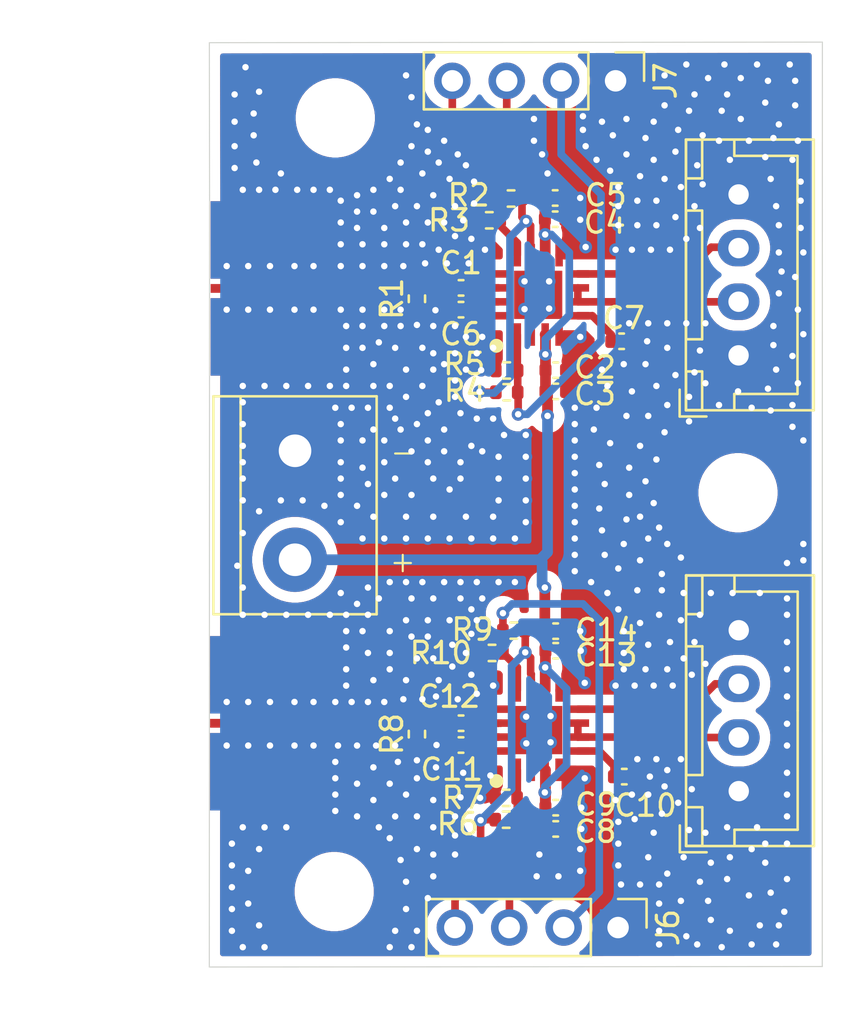
<source format=kicad_pcb>
(kicad_pcb (version 20241229) (generator "pcbnew") (generator_version "9.0")
  (layers (0 "F.Cu" signal) (4 "In1.Cu" power "GND_0") (6 "In2.Cu" power "GND_1") (2 "B.Cu" signal) (13 "F.Paste" user) (15 "B.Paste" user) (5 "F.SilkS" user "F.Silkscreen") (7 "B.SilkS" user "B.Silkscreen") (1 "F.Mask" user) (3 "B.Mask" user) (25 "Edge.Cuts" user))
  (net 0 "")
  (net 1 "Net-(IC1-RFIN+)")
  (net 2 "Net-(C1-Pad1)")
  (net 4 "Net-(IC1-RFIN-)")
  (net 5 "Net-(IC1-CRMS)")
  (net 7 "+5V")
  (net 8 "GND")
  (net 9 "/vrms_ref")
  (net 10 "/mcu_adc_ref")
  (net 12 "Net-(C12-Pad1)")
  (net 13 "/vref_ref")
  (net 14 "/vtgt_ref")
  (net 15 "/TC2_ref")
  (net 17 "/vref_fow")
  (net 18 "Net-(IC2-RFIN+)")
  (net 19 "/mcu_adc_fow")
  (net 20 "Net-(IC2-RFIN-)")
  (net 23 "Net-(IC2-CRMS)")
  (net 24 "/vrms_fow")
  (net 25 "/vtgt_fow")
  (net 26 "/TC2_fow")
  (footprint "Capacitor_SMD:C_0402_1005Metric" (layer "F.Cu") (at 55.908 87.6046)
    (property "Reference" "C12")
    (property "Value" "1pF")
  )
  (footprint "Resistor_SMD:R_0402_1005Metric" (layer "F.Cu") (at 58.039 71.1601)
    (property "Reference" "R5")
    (property "Value" "1.2k")
  )
  (footprint "Connector_JST:JST_XH_B4B-XH-A_1x04_P2.50mm_Vertical" (layer "F.Cu") (at 68.8678 90.7704 90)
    (property "Reference" "J9" (hide yes))
    (property "Value" "mcu_fwd")
  )
  (footprint "footprint:AMPHENOL_901-10511-1" (layer "F.Cu") (at 46.9646 87.6064 -90)
    (property "Reference" "J8" (hide yes))
    (property "Value" "901-10511-1")
  )
  (footprint "MountingHole:MountingHole_3.2mm_M3" (layer "F.Cu") (at 49.9872 95.4532)
    (property "Reference" "H2" (hide yes))
    (property "Value" "MountingHole")
  )
  (footprint "Capacitor_SMD:C_0402_1005Metric" (layer "F.Cu") (at 55.9054 88.6206)
    (property "Reference" "C11")
    (property "Value" "1pF")
  )
  (footprint "Capacitor_SMD:C_0402_1005Metric" (layer "F.Cu") (at 60.2996 64.1096)
    (property "Reference" "C4")
    (property "Value" "100pF")
  )
  (footprint "Resistor_SMD:R_0402_1005Metric" (layer "F.Cu") (at 57.2262 64.1604)
    (property "Reference" "R3")
    (property "Value" "2k")
  )
  (footprint "MountingHole:MountingHole_3.2mm_M3" (layer "F.Cu") (at 68.834 76.8604)
    (property "Reference" "H3" (hide yes))
    (property "Value" "MountingHole")
  )
  (footprint "Capacitor_SMD:C_0402_1005Metric" (layer "F.Cu") (at 60.2996 63.119)
    (property "Reference" "C5")
    (property "Value" "0.1uF")
  )
  (footprint "Resistor_SMD:R_0402_1005Metric" (layer "F.Cu") (at 58.3692 83.2866 180)
    (property "Reference" "R9")
    (property "Value" "3.74k")
  )
  (footprint "TerminalBlock:TerminalBlock_bornier-2_P5.08mm" (layer "F.Cu") (at 48.1584 74.9046 -90)
    (property "Reference" "J3" (hide yes))
    (property "Value" "5v")
  )
  (footprint "Resistor_SMD:R_0402_1005Metric" (layer "F.Cu") (at 53.848 88.1126 90)
    (property "Reference" "R8")
    (property "Value" "60.4")
  )
  (footprint "Resistor_SMD:R_0402_1005Metric" (layer "F.Cu") (at 58.2422 63.1444 180)
    (property "Reference" "R2")
    (property "Value" "3.74k")
  )
  (footprint "Resistor_SMD:R_0402_1005Metric" (layer "F.Cu") (at 53.848 67.818 90)
    (property "Reference" "R1")
    (property "Value" "60.4")
  )
  (footprint "Resistor_SMD:R_0402_1005Metric" (layer "F.Cu") (at 57.3532 84.328)
    (property "Reference" "R10")
    (property "Value" "2k")
  )
  (footprint "Capacitor_SMD:C_0402_1005Metric" (layer "F.Cu") (at 60.325 84.2264)
    (property "Reference" "C13")
    (property "Value" "100pF")
  )
  (footprint "footprint:AMPHENOL_901-10511-1" (layer "F.Cu") (at 46.99 67.336 -90)
    (property "Reference" "J5" (hide yes))
    (property "Value" "901-10511-1")
  )
  (footprint "footprint:QFN65P400X400X80-17N-D" (layer "F.Cu") (at 59.508 67.635 90)
    (property "Reference" "IC1" (hide yes))
    (property "Value" "ADL5906ACPZN-R7" (hide yes))
  )
  (footprint "Capacitor_SMD:C_0402_1005Metric" (layer "F.Cu") (at 60.325 91.5416)
    (property "Reference" "C9")
    (property "Value" "100pF")
  )
  (footprint "Capacitor_SMD:C_0402_1005Metric" (layer "F.Cu") (at 60.3276 71.1454)
    (property "Reference" "C2")
    (property "Value" "0.1uF")
  )
  (footprint "Capacitor_SMD:C_0402_1005Metric" (layer "F.Cu") (at 63.5254 90.0938)
    (property "Reference" "C10")
    (property "Value" "0.1uF")
  )
  (footprint "Connector_JST:JST_XH_B4B-XH-A_1x04_P2.50mm_Vertical" (layer "F.Cu") (at 68.8594 70.4558 90)
    (property "Reference" "J10" (hide yes))
    (property "Value" "mcu_ref")
  )
  (footprint "footprint:QFN65P400X400X80-17N-D" (layer "F.Cu") (at 59.508 87.925 90)
    (property "Reference" "IC2" (hide yes))
    (property "Value" "ADL5906ACPZN-R7" (hide yes))
  )
  (footprint "Resistor_SMD:R_0402_1005Metric" (layer "F.Cu") (at 58.041 72.1761 180)
    (property "Reference" "R4")
    (property "Value" "1.54k")
  )
  (footprint "Capacitor_SMD:C_0402_1005Metric" (layer "F.Cu") (at 60.3224 83.312)
    (property "Reference" "C14")
    (property "Value" "0.1uF")
  )
  (footprint "Capacitor_SMD:C_0402_1005Metric" (layer "F.Cu") (at 60.325 92.5322)
    (property "Reference" "C8")
    (property "Value" "0.1uF")
  )
  (footprint "MountingHole:MountingHole_3.2mm_M3" (layer "F.Cu") (at 50.038 59.3852)
    (property "Reference" "H1" (hide yes))
    (property "Value" "MountingHole")
  )
  (footprint "Capacitor_SMD:C_0402_1005Metric" (layer "F.Cu") (at 55.9054 68.326)
    (property "Reference" "C6")
    (property "Value" "1pF")
  )
  (footprint "Resistor_SMD:R_0402_1005Metric" (layer "F.Cu") (at 58.0136 92.1004 180)
    (property "Reference" "R6")
    (property "Value" "1.54k")
  )
  (footprint "Capacitor_SMD:C_0402_1005Metric" (layer "F.Cu") (at 63.401 69.7992)
    (property "Reference" "C7")
    (property "Value" "0.1uF")
  )
  (footprint "Resistor_SMD:R_0402_1005Metric" (layer "F.Cu") (at 58.0136 91.0844)
    (property "Reference" "R7")
    (property "Value" "1.2k")
  )
  (footprint "Capacitor_SMD:C_0402_1005Metric" (layer "F.Cu") (at 55.908 67.31)
    (property "Reference" "C1")
    (property "Value" "1pF")
  )
  (footprint "Connector_PinHeader_2.54mm:PinHeader_1x04_P2.54mm_Vertical" (layer "F.Cu") (at 63.236 97.1296 -90)
    (property "Reference" "J6")
    (property "Value" "debug_fow")
  )
  (footprint "Connector_PinHeader_2.54mm:PinHeader_1x04_P2.54mm_Vertical" (layer "F.Cu") (at 63.119 57.658 -90)
    (property "Reference" "J7")
    (property "Value" "debug_ref")
  )
  (footprint "Capacitor_SMD:C_0402_1005Metric" (layer "F.Cu") (at 60.3276 72.136)
    (property "Reference" "C3")
    (property "Value" "100pF")
  )
  (gr_line (start 44.1706 62.992) (end 44.1579 98.969535) (stroke (width 0.05)) (layer "Edge.Cuts"))
  (gr_line (start 72.764652 98.947264) (end 72.771 55.853813) (stroke (width 0.05)) (layer "Edge.Cuts"))
  (gr_line (start 44.1579 98.969535) (end 72.764649 98.947264) (stroke (width 0.05)) (layer "Edge.Cuts"))
  (gr_line (start 72.771 55.853813) (end 44.160215 55.88) (stroke (width 0.05)) (layer "Edge.Cuts"))
  (gr_line (start 44.160215 55.88) (end 44.1706 62.992) (stroke (width 0.05)) (layer "Edge.Cuts"))
  (gr_text "+" (at 52.5018 80.645 0) (layer "F.SilkS") (effects (font (size 1 1) (thickness 0.1)) (justify left bottom)))
  (gr_text "-" (at 52.5272 75.5396 0) (layer "F.SilkS") (effects (font (size 1 1) (thickness 0.1)) (justify left bottom)))
  (segment (start 56.388 67.31) (end 57.658 67.31) (width 0.35525) (layer "F.Cu") (net 1))
  (segment (start 53.818 67.336) (end 53.848 67.306) (width 0.35525) (layer "F.Cu") (net 2))
  (segment (start 46.99 67.336) (end 53.818 67.336) (width 0.35525) (layer "F.Cu") (net 2))
  (segment (start 55.426 67.308) (end 55.428 67.31) (width 0.35525) (layer "F.Cu") (net 2))
  (segment (start 53.848 67.308) (end 55.172 67.308) (width 0.35525) (layer "F.Cu") (net 2))
  (segment (start 56.3854 68.326) (end 56.7514 67.96) (width 0.35525) (layer "F.Cu") (net 4))
  (segment (start 56.7514 67.96) (end 57.658 67.96) (width 0.35525) (layer "F.Cu") (net 4))
  (segment (start 61.358 68.61) (end 62.0366 68.61) (width 0.35525) (layer "F.Cu") (net 5))
  (segment (start 62.0366 68.61) (end 62.921 69.4944) (width 0.35525) (layer "F.Cu") (net 5))
  (segment (start 62.921 69.4944) (end 62.921 69.7992) (width 0.35525) (layer "F.Cu") (net 5))
  (segment (start 59.817 89.791) (end 59.833 89.775) (width 0.35525) (layer "F.Cu") (net 7))
  (segment (start 59.845 84.2264) (end 59.845 84.9924) (width 0.5) (layer "F.Cu") (net 7))
  (segment (start 59.845 92.5322) (end 59.845 91.5416) (width 0.5) (layer "F.Cu") (net 7))
  (segment (start 59.8424 70.4088) (end 59.8424 71.1402) (width 0.35525) (layer "F.Cu") (net 7))
  (segment (start 59.8424 84.995) (end 59.833 85.0044) (width 0.35525) (layer "F.Cu") (net 7))
  (segment (start 59.817 81.28) (end 59.817 83.2866) (width 0.5) (layer "F.Cu") (net 7))
  (segment (start 59.8196 63.119) (end 59.8196 64.8074) (width 0.5) (layer "F.Cu") (net 7))
  (segment (start 59.8196 64.8074) (end 59.833 64.8208) (width 0.35525) (layer "F.Cu") (net 7))
  (segment (start 59.833 90.8144) (end 59.817 90.8304) (width 0.35525) (layer "F.Cu") (net 7))
  (segment (start 59.817 83.2866) (end 59.8424 83.312) (width 0.5) (layer "F.Cu") (net 7))
  (segment (start 59.8424 83.312) (end 59.8424 84.2238) (width 0.5) (layer "F.Cu") (net 7))
  (segment (start 59.944 73.279) (end 59.944 72.2324) (width 0.5) (layer "F.Cu") (net 7))
  (segment (start 59.845 91.5416) (end 59.845 89.787) (width 0.5) (layer "F.Cu") (net 7))
  (segment (start 59.845 90.8584) (end 59.817 90.8304) (width 0.5) (layer "F.Cu") (net 7))
  (segment (start 59.833 64.8208) (end 59.833 65.785) (width 0.5) (layer "F.Cu") (net 7))
  (segment (start 59.845 91.5416) (end 59.845 90.8584) (width 0.5) (layer "F.Cu") (net 7))
  (segment (start 59.833 85.0044) (end 59.833 86.075) (width 0.5) (layer "F.Cu") (net 7))
  (segment (start 59.8424 84.2238) (end 59.845 84.2264) (width 0.5) (layer "F.Cu") (net 7))
  (segment (start 59.944 72.2324) (end 59.8476 72.136) (width 0.5) (layer "F.Cu") (net 7))
  (segment (start 59.845 84.9924) (end 59.833 85.0044) (width 0.5) (layer "F.Cu") (net 7))
  (segment (start 59.8222 63.119) (end 59.8102 63.131) (width 0.35525) (layer "F.Cu") (net 7))
  (segment (start 59.8424 71.1402) (end 59.8476 71.1454) (width 0.35525) (layer "F.Cu") (net 7))
  (segment (start 59.8476 71.1454) (end 59.833 71.1308) (width 0.35525) (layer "F.Cu") (net 7))
  (segment (start 59.845 89.787) (end 59.833 89.775) (width 0.5) (layer "F.Cu") (net 7))
  (segment (start 59.8476 69.4996) (end 59.833 69.485) (width 0.5) (layer "F.Cu") (net 7))
  (segment (start 59.8476 72.136) (end 59.8476 69.4996) (width 0.5) (layer "F.Cu") (net 7))
  (segment (start 59.833 70.3994) (end 59.8424 70.4088) (width 0.35525) (layer "F.Cu") (net 7))
  (via (at 59.833 64.8208) (size 0.6) (drill 0.3) (layers "F.Cu" "B.Cu") (net 7))
  (via (at 59.944 73.279) (size 0.6) (drill 0.3) (layers "F.Cu" "B.Cu") (net 7))
  (via (at 59.817 90.8304) (size 0.6) (drill 0.3) (layers "F.Cu" "B.Cu") (net 7))
  (via (at 59.833 85.0044) (size 0.6) (drill 0.3) (layers "F.Cu" "B.Cu") (net 7))
  (via (at 59.8424 70.4088) (size 0.6) (drill 0.3) (layers "F.Cu" "B.Cu") (net 7))
  (via (at 59.817 81.28) (size 0.6) (drill 0.3) (layers "F.Cu" "B.Cu") (net 7))
  (segment (start 59.817 90.8304) (end 59.817 90.551) (width 0.35525) (layer "B.Cu") (net 7))
  (segment (start 59.817 90.551) (end 60.833 89.535) (width 0.35525) (layer "B.Cu") (net 7))
  (segment (start 59.8424 69.6976) (end 60.96 68.58) (width 0.35525) (layer "B.Cu") (net 7))
  (segment (start 60.1218 64.8208) (end 59.833 64.8208) (width 0.35525) (layer "B.Cu") (net 7))
  (segment (start 59.8424 70.4088) (end 59.8424 69.6976) (width 0.35525) (layer "B.Cu") (net 7))
  (segment (start 60.833 86.0044) (end 59.833 85.0044) (width 0.35525) (layer "B.Cu") (net 7))
  (segment (start 59.5884 79.9846) (end 59.69 80.0862) (width 0.5) (layer "B.Cu") (net 7))
  (segment (start 59.69 81.153) (end 59.817 81.28) (width 0.5) (layer "B.Cu") (net 7))
  (segment (start 59.5884 79.9846) (end 59.944 79.629) (width 0.5) (layer "B.Cu") (net 7))
  (segment (start 60.96 68.58) (end 60.96 65.659) (width 0.35525) (layer "B.Cu") (net 7))
  (segment (start 60.833 89.535) (end 60.833 86.0044) (width 0.35525) (layer "B.Cu") (net 7))
  (segment (start 60.96 65.659) (end 60.1218 64.8208) (width 0.35525) (layer "B.Cu") (net 7))
  (segment (start 59.69 80.0862) (end 59.69 81.153) (width 0.5) (layer "B.Cu") (net 7))
  (segment (start 59.944 79.629) (end 59.944 73.279) (width 0.5) (layer "B.Cu") (net 7))
  (segment (start 48.1584 79.9846) (end 59.5884 79.9846) (width 0.5) (layer "B.Cu") (net 7))
  (segment (start 46.99 89.662) (end 45.974 88.646) (width 0.35525) (layer "F.Cu") (net 8))
  (segment (start 61.6966 65.3796) (end 61.722 65.405) (width 0.35525) (layer "F.Cu") (net 8))
  (segment (start 46.99 89.916) (end 47.752 89.916) (width 0.35525) (layer "F.Cu") (net 8))
  (segment (start 46.99 65.076) (end 46.99 65.151) (width 0.35525) (layer "F.Cu") (net 8))
  (segment (start 46.99 85.396) (end 46.99 86.614) (width 0.35525) (layer "F.Cu") (net 8))
  (segment (start 46.99 85.396) (end 46.187383 85.396) (width 0.35525) (layer "F.Cu") (net 8))
  (segment (start 59.508 67.765625) (end 60.017575 68.2752) (width 0.35525) (layer "F.Cu") (net 8))
  (segment (start 55.4254 88.6206) (end 54.7624 88.6206) (width 0.35525) (layer "F.Cu") (net 8))
  (segment (start 59.508 67.635) (end 59.508 67.514775) (width 0.35525) (layer "F.Cu") (net 8))
  (segment (start 59.508 67.635) (end 59.498825 67.635) (width 0.35525) (layer "F.Cu") (net 8))
  (segment (start 59.508 67.661625) (end 58.869025 68.3006) (width 0.35525) (layer "F.Cu") (net 8))
  (segment (start 59.508 67.635) (end 59.508 67.661625) (width 0.35525) (layer "F.Cu") (net 8))
  (segment (start 61.4426 63.119) (end 60.7796 63.119) (width 0.35525) (layer "F.Cu") (net 8))
  (segment (start 64.0054 90.0938) (end 64.7192 90.0938) (width 0.35525) (layer "F.Cu") (net 8))
  (segment (start 61.603175 90.0938) (end 61.679375 90.17) (width 0.35525) (layer "F.Cu") (net 8))
  (segment (start 46.99 69.596) (end 46.238529 69.596) (width 0.35525) (layer "F.Cu") (net 8))
  (segment (start 61.357 69.485) (end 61.468 69.596) (width 0.35525) (layer "F.Cu") (net 8))
  (segment (start 46.99 65.076) (end 46.99 66.294) (width 0.35525) (layer "F.Cu") (net 8))
  (segment (start 60.483 86.075) (end 61.329375 86.075) (width 0.35525) (layer "F.Cu") (net 8))
  (segment (start 46.99 65.151) (end 48.133 66.294) (width 0.35525) (layer "F.Cu") (net 8))
  (segment (start 46.99 89.916) (end 46.99 89.789) (width 0.35525) (layer "F.Cu") (net 8))
  (segment (start 61.3918 64.1096) (end 61.4426 64.1096) (width 0.35525) (layer "F.Cu") (net 8))
  (segment (start 46.99 85.396) (end 47.804 85.396) (width 0.35525) (layer "F.Cu") (net 8))
  (segment (start 46.99 65.076) (end 47.804 65.076) (width 0.35525) (layer "F.Cu") (net 8))
  (segment (start 46.99 89.916) (end 46.99 88.646) (width 0.35525) (layer "F.Cu") (net 8))
  (segment (start 59.515975 87.925) (end 60.084575 88.4936) (width 0.35525) (layer "F.Cu") (net 8))
  (segment (start 56.8599 71.1601) (end 56.8452 71.1454) (width 0.35525) (layer "F.Cu") (net 8))
  (segment (start 54.737 68.326) (end 54.7116 68.3514) (width 0.35525) (layer "F.Cu") (net 8))
  (segment (start 47.804 85.396) (end 49.022 86.614) (width 0.35525) (layer "F.Cu") (net 8))
  (segment (start 53.848 88.6226) (end 53.848 89.3318) (width 0.35525) (layer "F.Cu") (net 8))
  (segment (start 46.99 69.596) (end 46.99 69.342) (width 0.35525) (layer "F.Cu") (net 8))
  (segment (start 53.848 68.328) (end 53.848 69.0372) (width 0.35525) (layer "F.Cu") (net 8))
  (segment (start 59.498825 67.635) (end 58.869025 67.0052) (width 0.35525) (layer "F.Cu") (net 8))
  (segment (start 46.99 85.396) (end 46.99 85.471) (width 0.35525) (layer "F.Cu") (net 8))
  (segment (start 46.238529 69.596) (end 44.968627 68.326098) (width 0.35525) (layer "F.Cu") (net 8))
  (segment (start 56.7162 64.1604) (end 56.007 64.1604) (width 0.35525) (layer "F.Cu") (net 8))
  (segment (start 59.508 87.9898) (end 58.9534 88.5444) (width 0.35525) (layer "F.Cu") (net 8))
  (segment (start 46.99 85.396) (end 46.99 85.598) (width 0.35525) (layer "F.Cu") (net 8))
  (segment (start 46.99 69.596) (end 46.99 68.326) (width 0.35525) (layer "F.Cu") (net 8))
  (segment (start 60.483 89.775) (end 61.2762 89.775) (width 0.35525) (layer "F.Cu") (net 8))
  (segment (start 61.5188 92.5322) (end 60.805 92.5322) (width 0.35525) (layer "F.Cu") (net 8))
  (segment (start 46.99 69.596) (end 46.99 69.469) (width 0.35525) (layer "F.Cu") (net 8))
  (segment (start 61.5188 91.5416) (end 60.805 91.5416) (width 0.35525) (layer "F.Cu") (net 8))
  (segment (start 60.483 86.075) (end 61.3466 86.075) (width 0.35525) (layer "F.Cu") (net 8))
  (segment (start 46.99 65.076) (end 46.99 65.278) (width 0.35525) (layer "F.Cu") (net 8))
  (segment (start 57.5036 91.0844) (end 56.7944 91.0844) (width 0.35525) (layer "F.Cu") (net 8))
  (segment (start 46.99 69.342) (end 45.974 68.326) (width 0.35525) (layer "F.Cu") (net 8))
  (segment (start 46.99 85.598) (end 45.974 86.614) (width 0.35525) (layer "F.Cu") (net 8))
  (segment (start 46.99 89.789) (end 48.133 88.646) (width 0.35525) (layer "F.Cu") (net 8))
  (segment (start 47.804 65.076) (end 49.022 66.294) (width 0.35525) (layer "F.Cu") (net 8))
  (segment (start 60.8076 71.1454) (end 61.5188 71.1454) (width 0.35525) (layer "F.Cu") (net 8))
  (segment (start 46.99 65.278) (end 45.974 66.294) (width 0.35525) (layer "F.Cu") (net 8))
  (segment (start 60.8076 72.136) (end 61.4934 72.136) (width 0.35525) (layer "F.Cu") (net 8))
  (segment (start 46.99 69.469) (end 48.133 68.326) (width 0.35525) (layer "F.Cu") (net 8))
  (segment (start 61.2762 89.775) (end 61.595 90.0938) (width 0.35525) (layer "F.Cu") (net 8))
  (segment (start 61.6712 65.3796) (end 61.6966 65.3796) (width 0.35525) (layer "F.Cu") (net 8))
  (segment (start 59.508 87.846966) (end 60.084575 87.270391) (width 0.35525) (layer "F.Cu") (net 8))
  (segment (start 56.8432 84.328) (end 56.134 84.328) (width 0.35525) (layer "F.Cu") (net 8))
  (segment (start 61.2658 65.785) (end 60.483 65.785) (width 0.35525) (layer "F.Cu") (net 8))
  (segment (start 47.752 89.916) (end 49.022 88.646) (width 0.35525) (layer "F.Cu") (net 8))
  (segment (start 46.99 85.471) (end 48.133 86.614) (width 0.35525) (layer "F.Cu") (net 8))
  (segment (start 46.187383 85.396) (end 44.969379 86.614004) (width 0.35525) (layer "F.Cu") (net 8))
  (segment (start 59.508 87.862575) (end 58.945225 87.2998) (width 0.35525) (layer "F.Cu") (net 8))
  (segment (start 47.752 69.596) (end 49.022 68.326) (width 0.35525) (layer "F.Cu") (net 8))
  (segment (start 46.99 89.916) (end 46.99 89.662) (width 0.35525) (layer "F.Cu") (net 8))
  (segment (start 46.99 89.916) (end 46.238529 89.916) (width 0.35525) (layer "F.Cu") (net 8))
  (segment (start 59.508 67.514775) (end 60.017575 67.0052) (width 0.35525) (layer "F.Cu") (net 8))
  (segment (start 46.99 69.596) (end 47.752 69.596) (width 0.35525) (layer "F.Cu") (net 8))
  (segment (start 59.508 67.635) (end 59.508 67.765625) (width 0.35525) (layer "F.Cu") (net 8))
  (segment (start 61.595 83.312) (end 60.8024 83.312) (width 0.35525) (layer "F.Cu") (net 8))
  (segment (start 63.881 69.7992) (end 64.5922 69.7992) (width 0.35525) (layer "F.Cu") (net 8))
  (segment (start 61.4426 63.119) (end 61.468 63.119) (width 0.35525) (layer "F.Cu") (net 8))
  (segment (start 61.3316 69.485) (end 61.357 69.485) (width 0.35525) (layer "F.Cu") (net 8))
  (segment (start 61.329375 86.075) (end 61.679375 85.725) (width 0.35525) (layer "F.Cu") (net 8))
  (segment (start 46.187383 65.076) (end 44.969379 66.294004) (width 0.35525) (layer "F.Cu") (net 8))
  (segment (start 46.238529 89.916) (end 44.968627 88.646098) (width 0.35525) (layer "F.Cu") (net 8))
  (segment (start 61.6712 65.3796) (end 61.2658 65.785) (width 0.35525) (layer "F.Cu") (net 8))
  (segment (start 60.7796 64.1096) (end 61.3918 64.1096) (width 0.35525) (layer "F.Cu") (net 8))
  (segment (start 55.4254 68.326) (end 54.737 68.326) (width 0.35525) (layer "F.Cu") (net 8))
  (segment (start 59.508 87.925) (end 59.508 87.846966) (width 0.35525) (layer "F.Cu") (net 8))
  (segment (start 59.508 87.925) (end 59.508 87.862575) (width 0.35525) (layer "F.Cu") (net 8))
  (segment (start 60.805 84.2264) (end 61.4934 84.2264) (width 0.35525) (layer "F.Cu") (net 8))
  (segment (start 46.99 65.076) (end 46.187383 65.076) (width 0.35525) (layer "F.Cu") (net 8))
  (segment (start 57.529 71.1601) (end 56.8599 71.1601) (width 0.35525) (layer "F.Cu") (net 8))
  (segment (start 61.595 90.0938) (end 61.603175 90.0938) (width 0.35525) (layer "F.Cu") (net 8))
  (segment (start 60.483 69.485) (end 61.3316 69.485) (width 0.35525) (layer "F.Cu") (net 8))
  (segment (start 59.508 87.925) (end 59.508 87.9898) (width 0.35525) (layer "F.Cu") (net 8))
  (segment (start 59.508 87.925) (end 59.515975 87.925) (width 0.35525) (layer "F.Cu") (net 8))
  (segment (start 61.4426 64.1096) (end 61.468 64.135) (width 0.35525) (layer "F.Cu") (net 8))
  (via (at 66.04 59.944) (size 0.6) (drill 0.3) (layers "F.Cu" "B.Cu") (net 8))
  (via (at 63.246 93.218) (size 0.6) (drill 0.3) (layers "F.Cu" "B.Cu") (net 8))
  (via (at 70.993 96.393) (size 0.6) (drill 0.3) (layers "F.Cu" "B.Cu") (net 8))
  (via (at 54.864 65.532) (size 0.6) (drill 0.3) (layers "F.Cu" "B.Cu") (net 8))
  (via (at 70.739 59.69) (size 0.6) (drill 0.3) (layers "F.Cu" "B.Cu") (net 8))
  (via (at 50.292 74.422) (size 0.6) (drill 0.3) (layers "F.Cu" "B.Cu") (net 8))
  (via (at 58.928 74.168) (size 0.6) (drill 0.3) (layers "F.Cu" "B.Cu") (net 8))
  (via (at 64.77 65.532) (size 0.6) (drill 0.3) (layers "F.Cu" "B.Cu") (net 8))
  (via (at 65.151 96.012) (size 0.6) (drill 0.3) (layers "F.Cu" "B.Cu") (net 8))
  (via (at 55.88 76.2) (size 0.6) (drill 0.3) (layers "F.Cu" "B.Cu") (net 8))
  (via (at 71.12 89.916) (size 0.6) (drill 0.3) (layers "F.Cu" "B.Cu") (net 8))
  (via (at 54.61 77.978) (size 0.6) (drill 0.3) (layers "F.Cu" "B.Cu") (net 8))
  (via (at 63.627 73.279) (size 0.6) (drill 0.3) (layers "F.Cu" "B.Cu") (net 8))
  (via (at 55.118 73.914) (size 0.6) (drill 0.3) (layers "F.Cu" "B.Cu") (net 8))
  (via (at 50.546 82.55) (size 0.6) (drill 0.3) (layers "F.Cu" "B.Cu") (net 8))
  (via (at 65.913 60.96) (size 0.6) (drill 0.3) (layers "F.Cu" "B.Cu") (net 8))
  (via (at 53.594 83.566) (size 0.6) (drill 0.3) (layers "F.Cu" "B.Cu") (net 8))
  (via (at 64.516 70.866) (size 0.6) (drill 0.3) (layers "F.Cu" "B.Cu") (net 8))
  (via (at 52.324 76.962) (size 0.6) (drill 0.3) (layers "F.Cu" "B.Cu") (net 8))
  (via (at 63.246 82.296) (size 0.6) (drill 0.3) (layers "F.Cu" "B.Cu") (net 8))
  (via (at 67.183 60.198) (size 0.6) (drill 0.3) (layers "F.Cu" "B.Cu") (net 8))
  (via (at 51.308 68.326) (size 0.6) (drill 0.3) (layers "F.Cu" "B.Cu") (net 8))
  (via (at 47.752 92.456) (size 0.6) (drill 0.3) (layers "F.Cu" "B.Cu") (net 8))
  (via (at 54.61 69.088) (size 0.6) (drill 0.3) (layers "F.Cu" "B.Cu") (net 8))
  (via (at 53.34 71.12) (size 0.6) (drill 0.3) (layers "F.Cu" "B.Cu") (net 8))
  (via (at 61.722 60.706) (size 0.6) (drill 0.3) (layers "F.Cu" "B.Cu") (net 8))
  (via (at 50.038 89.408) (size 0.6) (drill 0.3) (layers "F.Cu" "B.Cu") (net 8))
  (via (at 45.974 96.012) (size 0.6) (drill 0.3) (layers "F.Cu" "B.Cu") (net 8))
  (via (at 52.832 63.5) (size 0.6) (drill 0.3) (layers "F.Cu" "B.Cu") (net 8))
  (via (at 66.802 83.82) (size 0.6) (drill 0.3) (layers "F.Cu" "B.Cu") (net 8))
  (via (at 64.897 92.71) (size 0.6) (drill 0.3) (layers "F.Cu" "B.Cu") (net 8))
  (via (at 65.786 85.852) (size 0.6) (drill 0.3) (layers "F.Cu" "B.Cu") (net 8))
  (via (at 71.882 65.659) (size 0.6) (drill 0.3) (layers "F.Cu" "B.Cu") (net 8))
  (via (at 63.119 85.852) (size 0.6) (drill 0.3) (layers "F.Cu" "B.Cu") (net 8))
  (via (at 46.99 86.614) (size 0.6) (drill 0.3) (layers "F.Cu" "B.Cu") (net 8))
  (via (at 70.231 57.658) (size 0.6) (drill 0.3) (layers "F.Cu" "B.Cu") (net 8))
  (via (at 54.864 85.598) (size 0.6) (drill 0.3) (layers "F.Cu" "B.Cu") (net 8))
  (via (at 68.453 97.282) (size 0.6) (drill 0.3) (layers "F.Cu" "B.Cu") (net 8))
  (via (at 64.643 73.279) (size 0.6) (drill 0.3) (layers "F.Cu" "B.Cu") (net 8))
  (via (at 68.326 58.293) (size 0.6) (drill 0.3) (layers "F.Cu" "B.Cu") (net 8))
  (via (at 55.626 93.726) (size 0.6) (drill 0.3) (layers "F.Cu" "B.Cu") (net 8))
  (via (at 55.626 63.5) (size 0.6) (drill 0.3) (layers "F.Cu" "B.Cu") (net 8))
  (via (at 60.017575 68.2752) (size 0.6) (drill 0.3) (layers "F.Cu" "B.Cu") (net 8))
  (via (at 51.308 74.422) (size 0.6) (drill 0.3) (layers "F.Cu" "B.Cu") (net 8))
  (via (at 70.358 73.025) (size 0.6) (drill 0.3) (layers "F.Cu" "B.Cu") (net 8))
  (via (at 46.736 98.044) (size 0.6) (drill 0.3) (layers "F.Cu" "B.Cu") (net 8))
  (via (at 45.72 73.66) (size 0.6) (drill 0.3) (layers "F.Cu" "B.Cu") (net 8))
  (via (at 63.119 65.532) (size 0.6) (drill 0.3) (layers "F.Cu" "B.Cu") (net 8))
  (via (at 61.214 75.946) (size 0.6) (drill 0.3) (layers "F.Cu" "B.Cu") (net 8))
  (via (at 51.562 76.454) (size 0.6) (drill 0.3) (layers "F.Cu" "B.Cu") (net 8))
  (via (at 63.754 75.692) (size 0.6) (drill 0.3) (layers "F.Cu" "B.Cu") (net 8))
  (via (at 63.5 83.312) (size 0.6) (drill 0.3) (layers "F.Cu" "B.Cu") (net 8))
  (via (at 46.482 62.738) (size 0.6) (drill 0.3) (layers "F.Cu" "B.Cu") (net 8))
  (via (at 52.578 81.026) (size 0.6) (drill 0.3) (layers "F.Cu" "B.Cu") (net 8))
  (via (at 52.578 72.898) (size 0.6) (drill 0.3) (layers "F.Cu" "B.Cu") (net 8))
  (via (at 64.643 78.994) (size 0.6) (drill 0.3) (layers "F.Cu" "B.Cu") (net 8))
  (via (at 69.469 72.898) (size 0.6) (drill 0.3) (layers "F.Cu" "B.Cu") (net 8))
  (via (at 54.356 95.758) (size 0.6) (drill 0.3) (layers "F.Cu" "B.Cu") (net 8))
  (via (at 55.88 81.026) (size 0.6) (drill 0.3) (layers "F.Cu" "B.Cu") (net 8))
  (via (at 56.388 83.439) (size 0.6) (drill 0.3) (layers "F.Cu" "B.Cu") (net 8))
  (via (at 45.212 96.266) (size 0.6) (drill 0.3) (layers "F.Cu" "B.Cu") (net 8))
  (via (at 57.658 76.2) (size 0.6) (drill 0.3) (layers "F.Cu" "B.Cu") (net 8))
  (via (at 54.61 91.186) (size 0.6) (drill 0.3) (layers "F.Cu" "B.Cu") (net 8))
  (via (at 48.26 62.738) (size 0.6) (drill 0.3) (layers "F.Cu" "B.Cu") (net 8))
  (via (at 54.7624 88.6206) (size 0.6) (drill 0.3) (layers "F.Cu" "B.Cu") (net 8))
  (via (at 63.881 90.932) (size 0.6) (drill 0.3) (layers "F.Cu" "B.Cu") (net 8))
  (via (at 58.9534 88.5444) (size 0.6) (drill 0.3) (layers "F.Cu" "B.Cu") (net 8))
  (via (at 52.07 92.456) (size 0.6) (drill 0.3) (layers "F.Cu" "B.Cu") (net 8))
  (via (at 50.038 90.17) (size 0.6) (drill 0.3) (layers "F.Cu" "B.Cu") (net 8))
  (via (at 71.882 74.422) (size 0.6) (drill 0.3) (layers "F.Cu" "B.Cu") (net 8))
  (via (at 54.356 59.944) (size 0.6) (drill 0.3) (layers "F.Cu" "B.Cu") (net 8))
  (via (at 62.611 79.756) (size 0.6) (drill 0.3) (layers "F.Cu" "B.Cu") (net 8))
  (via (at 71.12 85.09) (size 0.6) (drill 0.3) (layers "F.Cu" "B.Cu") (net 8))
  (via (at 45.974 94.488) (size 0.6) (drill 0.3) (layers "F.Cu" "B.Cu") (net 8))
  (via (at 71.882 79.248) (size 0.6) (drill 0.3) (layers "F.Cu" "B.Cu") (net 8))
  (via (at 71.12 86.36) (size 0.6) (drill 0.3) (layers "F.Cu" "B.Cu") (net 8))
  (via (at 64.262 80.01) (size 0.6) (drill 0.3) (layers "F.Cu" "B.Cu") (net 8))
  (via (at 69.342 95.631) (size 0.6) (drill 0.3) (layers "F.Cu" "B.Cu") (net 8))
  (via (at 45.212 95.25) (size 0.6) (drill 0.3) (layers "F.Cu" "B.Cu") (net 8))
  (via (at 46.228 59.182) (size 0.6) (drill 0.3) (layers "F.Cu" "B.Cu") (net 8))
  (via (at 66.04 91.313) (size 0.6) (drill 0.3) (layers "F.Cu" "B.Cu") (net 8))
  (via (at 64.262 77.978) (size 0.6) (drill 0.3) (layers "F.Cu" "B.Cu") (net 8))
  (via (at 69.469 97.917) (size 0.6) (drill 0.3) (layers "F.Cu" "B.Cu") (net 8))
  (via (at 53.213 86.487) (size 0.6) (drill 0.3) (layers "F.Cu" "B.Cu") (net 8))
  (via (at 52.959 89.408) (size 0.6) (drill 0.3) (layers "F.Cu" "B.Cu") (net 8))
  (via (at 71.374 70.485) (size 0.6) (drill 0.3) (layers "F.Cu" "B.Cu") (net 8))
  (via (at 54.61 93.726) (size 0.6) (drill 0.3) (layers "F.Cu" "B.Cu") (net 8))
  (via (at 46.736 92.456) (size 0.6) (drill 0.3) (layers "F.Cu" "B.Cu") (net 8))
  (via (at 54.102 61.976) (size 0.6) (drill 0.3) (layers "F.Cu" "B.Cu") (net 8))
  (via (at 54.102 65.278) (size 0.6) (drill 0.3) (layers "F.Cu" "B.Cu") (net 8))
  (via (at 52.324 78.994) (size 0.6) (drill 0.3) (layers "F.Cu" "B.Cu") (net 8))
  (via (at 67.564 81.534) (size 0.6) (drill 0.3) (layers "F.Cu" "B.Cu") (net 8))
  (via (at 70.612 97.917) (size 0.6) (drill 0.3) (layers "F.Cu" "B.Cu") (net 8))
  (via (at 65.532 79.248) (size 0.6) (drill 0.3) (layers "F.Cu" "B.Cu") (net 8))
  (via (at 70.485 60.325) (size 0.6) (drill 0.3) (layers "F.Cu" "B.Cu") (net 8))
  (via (at 65.913 64.008) (size 0.6) (drill 0.3) (layers "F.Cu" "B.Cu") (net 8))
  (via (at 66.421 65.024) (size 0.6) (drill 0.3) (layers "F.Cu" "B.Cu") (net 8))
  (via (at 71.755 62.357) (size 0.6) (drill 0.3) (layers "F.Cu" "B.Cu") (net 8))
  (via (at 67.437 57.531) (size 0.6) (drill 0.3) (layers "F.Cu" "B.Cu") (net 8))
  (via (at 65.405 57.404) (size 0.6) (drill 0.3) (layers "F.Cu" "B.Cu") (net 8))
  (via (at 64.135 63.246) (size 0.6) (drill 0.3) (layers "F.Cu" "B.Cu") (net 8))
  (via (at 65.151 97.282) (size 0.6) (drill 0.3) (layers "F.Cu" "B.Cu") (net 8))
  (via (at 65.532 70.104) (size 0.6) (drill 0.3) (layers "F.Cu" "B.Cu") (net 8))
  (via (at 45.339 60.706) (size 0.6) (drill 0.3) (layers "F.Cu" "B.Cu") (net 8))
  (via (at 52.578 85.09) (size 0.6) (drill 0.3) (layers "F.Cu" "B.Cu") (net 8))
  (via (at 71.12 94.869) (size 0.6) (drill 0.3) (layers "F.Cu" "B.Cu") (net 8))
  (via (at 64.643 83.947) (size 0.6) (drill 0.3) (layers "F.Cu" "B.Cu") (net 8))
  (via (at 54.864 72.644) (size 0.6) (drill 0.3) (layers "F.Cu" "B.Cu") (net 8))
  (via (at 63.246 80.391) (size 0.6) (drill 0.3) (layers "F.Cu" "B.Cu") (net 8))
  (via (at 66.421 56.896) (size 0.6) (drill 0.3) (layers "F.Cu" "B.Cu") (net 8))
  (via (at 48.133 68.326) (size 0.6) (drill 0.3) (layers "F.Cu" "B.Cu") (net 8))
  (via (at 70.485 69.088) (size 0.6) (drill 0.3) (layers "F.Cu" "B.Cu") (net 8))
  (via (at 71.882 80.01) (size 0.6) (drill 0.3) (layers "F.Cu" "B.Cu") (net 8))
  (via (at 65.278 81.407) (size 0.6) (drill 0.3) (layers "F.Cu" "B.Cu") (net 8))
  (via (at 53.34 81.026) (size 0.6) (drill 0.3) (layers "F.Cu" "B.Cu") (net 8))
  (via (at 50.292 75.438) (size 0.6) (drill 0.3) (layers "F.Cu" "B.Cu") (net 8))
  (via (at 61.595 59.309) (size 0.6) (drill 0.3) (layers "F.Cu" "B.Cu") (net 8))
  (via (at 62.865 74.549) (size 0.6) (drill 0.3) (layers "F.Cu" "B.Cu") (net 8))
  (via (at 48.133 66.294) (size 0.6) (drill 0.3) (layers "F.Cu" "B.Cu") (net 8))
  (via (at 54.61 76.2) (size 0.6) (drill 0.3) (layers "F.Cu" "B.Cu") (net 8))
  (via (at 54.61 62.992) (size 0.6) (drill 0.3) (layers "F.Cu" "B.Cu") (net 8))
  (via (at 51.816 85.598) (size 0.6) (drill 0.3) (layers "F.Cu" "B.Cu") (net 8))
  (via (at 59.563 93.726) (size 0.6) (drill 0.3) (layers "F.Cu" "B.Cu") (net 8))
  (via (at 66.802 63.5) (size 0.6) (drill 0.3) (layers "F.Cu" "B.Cu") (net 8))
  (via (at 50.038 91.694) (size 0.6) (drill 0.3) (layers "F.Cu" "B.Cu") (net 8))
  (via (at 54.102 71.882) (size 0.6) (drill 0.3) (layers "F.Cu" "B.Cu") (net 8))
  (via (at 54.864 61.468) (size 0.6) (drill 0.3) (layers "F.Cu" "B.Cu") (net 8))
  (via (at 61.468 94.488) (size 0.6) (drill 0.3) (layers "F.Cu" "B.Cu") (net 8))
  (via (at 51.308 70.104) (size 0.6) (drill 0.3) (layers "F.Cu" "B.Cu") (net 8))
  (via (at 69.469 93.472) (size 0.6) (drill 0.3) (layers "F.Cu" "B.Cu") (net 8))
  (via (at 52.578 98.044) (size 0.6) (drill 0.3) (layers "F.Cu" "B.Cu") (net 8))
  (via (at 64.7192 90.0938) (size 0.6) (drill 0.3) (layers "F.Cu" "B.Cu") (net 8))
  (via (at 50.546 71.882) (size 0.6) (drill 0.3) (layers "F.Cu" "B.Cu") (net 8))
  (via (at 48.133 88.646) (size 0.6) (drill 0.3) (layers "F.Cu" "B.Cu") (net 8))
  (via (at 46.482 97.028) (size 0.6) (drill 0.3) (layers "F.Cu" "B.Cu") (net 8))
  (via (at 45.72 75.438) (size 0.6) (drill 0.3) (layers "F.Cu" "B.Cu") (net 8))
  (via (at 62.484 71.12) (size 0.6) (drill 0.3) (layers "F.Cu" "B.Cu") (net 8))
  (via (at 63.5 70.866) (size 0.6) (drill 0.3) (layers "F.Cu" "B.Cu") (net 8))
  (via (at 49.784 71.882) (size 0.6) (drill 0.3) (layers "F.Cu" "B.Cu") (net 8))
  (via (at 45.974 68.326) (size 0.6) (drill 0.3) (layers "F.Cu" "B.Cu") (net 8))
  (via (at 50.292 63.246) (size 0.6) (drill 0.3) (layers "F.Cu" "B.Cu") (net 8))
  (via (at 57.277 90.043) (size 0.6) (drill 0.3) (layers "F.Cu" "B.Cu") (net 8))
  (via (at 56.896 81.788) (size 0.6) (drill 0.3) (layers "F.Cu" "B.Cu") (net 8))
  (via (at 51.816 73.914) (size 0.6) (drill 0.3) (layers "F.Cu" "B.Cu") (net 8))
  (via (at 60.084575 87.270391) (size 0.6) (drill 0.3) (layers "F.Cu" "B.Cu") (net 8))
  (via (at 53.34 85.598) (size 0.6) (drill 0.3) (layers "F.Cu" "B.Cu") (net 8))
  (via (at 61.214 79.756) (size 0.6) (drill 0.3) (layers "F.Cu" "B.Cu") (net 8))
  (via (at 53.086 61.468) (size 0.6) (drill 0.3) (layers "F.Cu" "B.Cu") (net 8))
  (via (at 51.943 88.646) (size 0.6) (drill 0.3) (layers "F.Cu" "B.Cu") (net 8))
  (via (at 68.453 61.341) (size 0.6) (drill 0.3) (layers "F.Cu" "B.Cu") (net 8))
  (via (at 51.308 65.278) (size 0.6) (drill 0.3) (layers "F.Cu" "B.Cu") (net 8))
  (via (at 54.356 60.96) (size 0.6) (drill 0.3) (layers "F.Cu" "B.Cu") (net 8))
  (via (at 49.022 86.614) (size 0.6) (drill 0.3) (layers "F.Cu" "B.Cu") (net 8))
  (via (at 53.086 68.326) (size 0.6) (drill 0.3) (layers "F.Cu" "B.Cu") (net 8))
  (via (at 66.675 85.344) (size 0.6) (drill 0.3) (layers "F.Cu" "B.Cu") (net 8))
  (via (at 67.31 84.836) (size 0.6) (drill 0.3) (layers "F.Cu" "B.Cu") (net 8))
  (via (at 63.246 62.611) (size 0.6) (drill 0.3) (layers "F.Cu" "B.Cu") (net 8))
  (via (at 55.372 76.708) (size 0.6) (drill 0.3) (layers "F.Cu" "B.Cu") (net 8))
  (via (at 66.548 92.583) (size 0.6) (drill 0.3) (layers "F.Cu" "B.Cu") (net 8))
  (via (at 57.912 74.168) (size 0.6) (drill 0.3) (layers "F.Cu" "B.Cu") (net 8))
  (via (at 54.61 94.742) (size 0.6) (drill 0.3) (layers "F.Cu" "B.Cu") (net 8))
  (via (at 48.768 82.55) (size 0.6) (drill 0.3) (layers "F.Cu" "B.Cu") (net 8))
  (via (at 71.374 72.771) (size 0.6) (drill 0.3) (layers "F.Cu" "B.Cu") (net 8))
  (via (at 57.404 70.104) (size 0.6) (drill 0.3) (layers "F.Cu" "B.Cu") (net 8))
  (via (at 53.594 60.706) (size 0.6) (drill 0.3) (layers "F.Cu" "B.Cu") (net 8))
  (via (at 51.816 71.882) (size 0.6) (drill 0.3) (layers "F.Cu" "B.Cu") (net 8))
  (via (at 66.548 59.055) (size 0.6) (drill 0.3) (layers "F.Cu" "B.Cu") (net 8))
  (via (at 71.501 66.802) (size 0.6) (drill 0.3) (layers "F.Cu" "B.Cu") (net 8))
  (via (at 63.754 76.962) (size 0.6) (drill 0.3) (layers "F.Cu" "B.Cu") (net 8))
  (via (at 63.119 91.186) (size 0.6) (drill 0.3) (layers "F.Cu" "B.Cu") (net 8))
  (via (at 65.405 58.801) (size 0.6) (drill 0.3) (layers "F.Cu" "B.Cu") (net 8))
  (via (at 66.802 58.293) (size 0.6) (drill 0.3) (layers "F.Cu" "B.Cu") (net 8))
  (via (at 58.928 75.184) (size 0.6) (drill 0.3) (layers "F.Cu" "B.Cu") (net 8))
  (via (at 53.34 64.262) (size 0.6) (drill 0.3) (layers "F.Cu" "B.Cu") (net 8))
  (via (at 56.134 77.978) (size 0.6) (drill 0.3) (layers "F.Cu" "B.Cu") (net 8))
  (via (at 56.388 74.676) (size 0.6) (drill 0.3) (layers "F.Cu" "B.Cu") (net 8))
  (via (at 59.309 60.452) (size 0.6) (drill 0.3) (layers "F.Cu" "B.Cu") (net 8))
  (via (at 65.024 71.882) (size 0.6) (drill 0.3) (layers "F.Cu" "B.Cu") (net 8))
  (via (at 66.675 90.678) (size 0.6) (drill 0.3) (layers "F.Cu" "B.Cu") (net 8))
  (via (at 65.151 95.123) (size 0.6) (drill 0.3) (layers "F.Cu" "B.Cu") (net 8))
  (via (at 51.816 77.978) (size 0.6) (drill 0.3) (layers "F.Cu" "B.Cu") (net 8))
  (via (at 50.546 85.09) (size 0.6) (drill 0.3) (layers "F.Cu" "B.Cu") (net 8))
  (via (at 50.292 78.232) (size 0.6) (drill 0.3) (layers "F.Cu" "B.Cu") (net 8))
  (via (at 69.723 56.896) (size 0.6) (drill 0.3) (layers "F.Cu" "B.Cu") (net 8))
  (via (at 58.42 78.994) (size 0.6) (drill 0.3) (layers "F.Cu" "B.Cu") (net 8))
  (via (at 51.816 91.186) (size 0.6) (drill 0.3) (layers "F.Cu" "B.Cu") (net 8))
  (via (at 53.594 76.962) (size 0.6) (drill 0.3) (layers "F.Cu" "B.Cu") (net 8))
  (via (at 44.969379 66.294004) (size 0.6) (drill 0.3) (layers "F.Cu" "B.Cu") (net 8))
  (via (at 61.468 63.119) (size 0.6) (drill 0.3) (layers "F.Cu" "B.Cu") (net 8))
  (via (at 47.244 62.738) (size 0.6) (drill 0.3) (layers "F.Cu" "B.Cu") (net 8))
  (via (at 61.214 78.994) (size 0.6) (drill 0.3) (layers "F.Cu" "B.Cu") (net 8))
  (via (at 51.308 75.692) (size 0.6) (drill 0.3) (layers "F.Cu" "B.Cu") (net 8))
  (via (at 53.086 93.98) (size 0.6) (drill 0.3) (layers "F.Cu" "B.Cu") (net 8))
  (via (at 71.501 57.658) (size 0.6) (drill 0.3) (layers "F.Cu" "B.Cu") (net 8))
  (via (at 52.578 90.424) (size 0.6) (drill 0.3) (layers "F.Cu" "B.Cu") (net 8))
  (via (at 59.69 61.087) (size 0.6) (drill 0.3) (layers "F.Cu" "B.Cu") (net 8))
  (via (at 55.626 72.39) (size 0.6) (drill 0.3) (layers "F.Cu" "B.Cu") (net 8))
  (via (at 56.642 82.804) (size 0.6) (drill 0.3) (layers "F.Cu" "B.Cu") (net 8))
  (via (at 63.373 95.123) (size 0.6) (drill 0.3) (layers "F.Cu" "B.Cu") (net 8))
  (via (at 66.929 97.917) (size 0.6) (drill 0.3) (layers "F.Cu" "B.Cu") (net 8))
  (via (at 45.974 66.294) (size 0.6) (drill 0.3) (layers "F.Cu" "B.Cu") (net 8))
  (via (at 65.532 85.09) (size 0.6) (drill 0.3) (layers "F.Cu" "B.Cu") (net 8))
  (via (at 66.294 81.534) (size 0.6) (drill 0.3) (layers "F.Cu" "B.Cu") (net 8))
  (via (at 55.88 75.438) (size 0.6) (drill 0.3) (layers "F.Cu" "B.Cu") (net 8))
  (via (at 59.436 94.742) (size 0.6) (drill 0.3) (layers "F.Cu" "B.Cu") (net 8))
  (via (at 61.722 65.405) (size 0.6) (drill 0.3) (layers "F.Cu" "B.Cu") (net 8))
  (via (at 66.167 95.885) (size 0.6) (drill 0.3) (layers "F.Cu" "B.Cu") (net 8))
  (via (at 63.246 94.234) (size 0.6) (drill 0.3) (layers "F.Cu" "B.Cu") (net 8))
  (via (at 64.262 95.123) (size 0.6) (drill 0.3) (layers "F.Cu" "B.Cu") (net 8))
  (via (at 50.292 66.294) (size 0.6) (drill 0.3) (layers "F.Cu" "B.Cu") (net 8))
  (via (at 54.356 64.262) (size 0.6) (drill 0.3) (layers "F.Cu" "B.Cu") (net 8))
  (via (at 55.626 92.837) (size 0.6) (drill 0.3) (layers "F.Cu" "B.Cu") (net 8))
  (via (at 66.421 97.536) (size 0.6) (drill 0.3) (layers "F.Cu" "B.Cu") (net 8))
  (via (at 53.086 69.088) (size 0.6) (drill 0.3) (layers "F.Cu" "B.Cu") (net 8))
  (via (at 46.482 93.472) (size 0.6) (drill 0.3) (layers "F.Cu" "B.Cu") (net 8))
  (via (at 64.897 61.341) (size 0.6) (drill 0.3) (layers "F.Cu" "B.Cu") (net 8))
  (via (at 56.388 82.296) (size 0.6) (drill 0.3) (layers "F.Cu" "B.Cu") (net 8))
  (via (at 53.594 81.788) (size 0.6) (drill 0.3) (layers "F.Cu" "B.Cu") (net 8))
  (via (at 66.548 73.533) (size 0.6) (drill 0.3) (layers "F.Cu" "B.Cu") (net 8))
  (via (at 54.229 66.167) (size 0.6) (drill 0.3) (layers "F.Cu" "B.Cu") (net 8))
  (via (at 46.482 58.166) (size 0.6) (drill 0.3) (layers "F.Cu" "B.Cu") (net 8))
  (via (at 65.532 72.771) (size 0.6) (drill 0.3) (layers "F.Cu" "B.Cu") (net 8))
  (via (at 49.022 62.738) (size 0.6) (drill 0.3) (layers "F.Cu" "B.Cu") (net 8))
  (via (at 61.468 69.596) (size 0.6) (drill 0.3) (layers "F.Cu" "B.Cu") (net 8))
  (via (at 45.72 92.456) (size 0.6) (drill 0.3) (layers "F.Cu" "B.Cu") (net 8))
  (via (at 61.4934 84.2264) (size 0.6) (drill 0.3) (layers "F.Cu" "B.Cu") (net 8))
  (via (at 44.968627 88.646098) (size 0.6) (drill 0.3) (layers "F.Cu" "B.Cu") (net 8))
  (via (at 51.816 70.866) (size 0.6) (drill 0.3) (layers "F.Cu" "B.Cu") (net 8))
  (via (at 70.612 63.5) (size 0.6) (drill 0.3) (layers "F.Cu" "B.Cu") (net 8))
  (via (at 46.99 66.294) (size 0.6) (drill 0.3) (layers "F.Cu" "B.Cu") (net 8))
  (via (at 51.816 62.738) (size 0.6) (drill 0.3) (layers "F.Cu" "B.Cu") (net 8))
  (via (at 69.85 97.028) (size 0.6) (drill 0.3) (layers "F.Cu" "B.Cu") (net 8))
  (via (at 54.61 71.12) (size 0.6) (drill 0.3) (layers "F.Cu" "B.Cu") (net 8))
  (via (at 62.23 72.898) (size 0.6) (drill 0.3) (layers "F.Cu" "B.Cu") (net 8))
  (via (at 53.848 59.69) (size 0.6) (drill 0.3) (layers "F.Cu" "B.Cu") (net 8))
  (via (at 53.34 90.932) (size 0.6) (drill 0.3) (layers "F.Cu" "B.Cu") (net 8))
  (via (at 45.339 59.563) (size 0.6) (drill 0.3) (layers "F.Cu" "B.Cu") (net 8))
  (via (at 66.294 93.853) (size 0.6) (drill 0.3) (layers "F.Cu" "B.Cu") (net 8))
  (via (at 70.358 62.23) (size 0.6) (drill 0.3) (layers "F.Cu" "B.Cu") (net 8))
  (via (at 51.308 69.088) (size 0.6) (drill 0.3) (layers "F.Cu" "B.Cu") (net 8))
  (via (at 49.784 62.738) (size 0.6) (drill 0.3) (layers "F.Cu" "B.Cu") (net 8))
  (via (at 68.453 93.853) (size 0.6) (drill 0.3) (layers "F.Cu" "B.Cu") (net 8))
  (via (at 65.024 89.281) (size 0.6) (drill 0.3) (layers "F.Cu" "B.Cu") (net 8))
  (via (at 71.12 82.55) (size 0.6) (drill 0.3) (layers "F.Cu" "B.Cu") (net 8))
  (via (at 61.679375 90.17) (size 0.6) (drill 0.3) (layers "F.Cu" "B.Cu") (net 8))
  (via (at 53.848 63.5) (size 0.6) (drill 0.3) (layers "F.Cu" "B.Cu") (net 8))
  (via (at 52.832 91.948) (size 0.6) (drill 0.3) (layers "F.Cu" "B.Cu") (net 8))
  (via (at 46.228 60.198) (size 0.6) (drill 0.3) (layers "F.Cu" "B.Cu") (net 8))
  (via (at 45.974 88.646) (size 0.6) (drill 0.3) (layers "F.Cu" "B.Cu") (net 8))
  (via (at 53.34 94.996) (size 0.6) (drill 0.3) (layers "F.Cu" "B.Cu") (net 8))
  (via (at 53.848 89.3318) (size 0.6) (drill 0.3) (layers "F.Cu" "B.Cu") (net 8))
  (via (at 55.88 81.788) (size 0.6) (drill 0.3) (layers "F.Cu" "B.Cu") (net 8))
  (via (at 53.086 73.914) (size 0.6) (drill 0.3) (layers "F.Cu" "B.Cu") (net 8))
  (via (at 45.974 86.614) (size 0.6) (drill 0.3) (layers "F.Cu" "B.Cu") (net 8))
  (via (at 54.102 70.104) (size 0.6) (drill 0.3) (layers "F.Cu" "B.Cu") (net 8))
  (via (at 71.12 80.137) (size 0.6) (drill 0.3) (layers "F.Cu" "B.Cu") (net 8))
  (via (at 55.118 60.452) (size 0.6) (drill 0.3) (layers "F.Cu" "B.Cu") (net 8))
  (via (at 63.881 72.136) (size 0.6) (drill 0.3) (layers "F.Cu" "B.Cu") (net 8))
  (via (at 65.913 71.374) (size 0.6) (drill 0.3) (layers "F.Cu" "B.Cu") (net 8))
  (via (at 56.134 71.12) (size 0.6) (drill 0.3) (layers "F.Cu" "B.Cu") (net 8))
  (via (at 55.372 62.23) (size 0.6) (drill 0.3) (layers "F.Cu" "B.Cu") (net 8))
  (via (at 53.594 74.93) (size 0.6) (drill 0.3) (layers "F.Cu" "B.Cu") (net 8))
  (via (at 61.214 73.66) (size 0.6) (drill 0.3) (layers "F.Cu" "B.Cu") (net 8))
  (via (at 66.548 72.39) (size 0.6) (drill 0.3) (layers "F.Cu" "B.Cu") (net 8))
  (via (at 53.086 62.738) (size 0.6) (drill 0.3) (layers "F.Cu" "B.Cu") (net 8))
  (via (at 67.437 95.885) (size 0.6) (drill 0.3) (layers "F.Cu" "B.Cu") (net 8))
  (via (at 60.452 94.742) (size 0.6) (drill 0.3) (layers "F.Cu" "B.Cu") (net 8))
  (via (at 56.896 69.596) (size 0.6) (drill 0.3) (layers "F.Cu" "B.Cu") (net 8))
  (via (at 53.848 84.582) (size 0.6) (drill 0.3) (layers "F.Cu" "B.Cu") (net 8))
  (via (at 62.484 78.613) (size 0.6) (drill 0.3) (layers "F.Cu" "B.Cu") (net 8))
  (via (at 61.468 83.312) (size 0.6) (drill 0.3) (layers "F.Cu" "B.Cu") (net 8))
  (via (at 52.324 69.088) (size 0.6) (drill 0.3) (layers "F.Cu" "B.Cu") (net 8))
  (via (at 54.61 81.788) (size 0.6) (drill 0.3) (layers "F.Cu" "B.Cu") (net 8))
  (via (at 62.357 75.565) (size 0.6) (drill 0.3) (layers "F.Cu" "B.Cu") (net 8))
  (via (at 70.612 71.12) (size 0.6) (drill 0.3) (layers "F.Cu" "B.Cu") (net 8))
  (via (at 56.642 70.358) (size 0.6) (drill 0.3) (layers "F.Cu" "B.Cu") (net 8))
  (via (at 65.151 78.486) (size 0.6) (drill 0.3) (layers "F.Cu" "B.Cu") (net 8))
  (via (at 50.546 71.12) (size 0.6) (drill 0.3) (layers "F.Cu" "B.Cu") (net 8))
  (via (at 57.404 77.978) (size 0.6) (drill 0.3) (layers "F.Cu" "B.Cu") (net 8))
  (via (at 56.388 85.344) (size 0.6) (drill 0.3) (layers "F.Cu" "B.Cu") (net 8))
  (via (at 50.546 85.852) (size 0.6) (drill 0.3) (layers "F.Cu" "B.Cu") (net 8))
  (via (at 51.054 88.646) (size 0.6) (drill 0.3) (layers "F.Cu" "B.Cu") (net 8))
  (via (at 63.881 65.532) (size 0.6) (drill 0.3) (layers "F.Cu" "B.Cu") (net 8))
  (via (at 58.928 77.216) (size 0.6) (drill 0.3) (layers "F.Cu" "B.Cu") (net 8))
  (via (at 64.643 93.853) (size 0.6) (drill 0.3) (layers "F.Cu" "B.Cu") (net 8))
  (via (at 52.578 84.328) (size 0.6) (drill 0.3) (layers "F.Cu" "B.Cu") (net 8))
  (via (at 55.626 91.948) (size 0.6) (drill 0.3) (layers "F.Cu" "B.Cu") (net 8))
  (via (at 53.848 90.17) (size 0.6) (drill 0.3) (layers "F.Cu" "B.Cu") (net 8))
  (via (at 53.34 78.994) (size 0.6) (drill 0.3) (layers "F.Cu" "B.Cu") (net 8))
  (via (at 71.628 71.755) (size 0.6) (drill 0.3) (layers "F.Cu" "B.Cu") (net 8))
  (via (at 50.292 73.66) (size 0.6) (drill 0.3) (layers "F.Cu" "B.Cu") (net 8))
  (via (at 62.865 61.849) (size 0.6) (drill 0.3) (layers "F.Cu" "B.Cu") (net 8))
  (via (at 54.737 89.662) (size 0.6) (drill 0.3) (layers "F.Cu" "B.Cu") (net 8))
  (via (at 55.499 83.947) (size 0.6) (drill 0.3) (layers "F.Cu" "B.Cu") (net 8))
  (via (at 53.848 97.282) (size 0.6) (drill 0.3) (layers "F.Cu" "B.Cu") (net 8))
  (via (at 52.578 92.964) (size 0.6) (drill 0.3) (layers "F.Cu" "B.Cu") (net 8))
  (via (at 53.34 72.39) (size 0.6) (drill 0.3) (layers "F.Cu" "B.Cu") (net 8))
  (via (at 61.214 80.518) (size 0.6) (drill 0.3) (layers "F.Cu" "B.Cu") (net 8))
  (via (at 71.755 63.246) (size 0.6) (drill 0.3) (layers "F.Cu" "B.Cu") (net 8))
  (via (at 66.167 82.804) (size 0.6) (drill 0.3) (layers "F.Cu" "B.Cu") (net 8))
  (via (at 52.324 65.278) (size 0.6) (drill 0.3) (layers "F.Cu" "B.Cu") (net 8))
  (via (at 47.752 82.55) (size 0.6) (drill 0.3) (layers "F.Cu" "B.Cu") (net 8))
  (via (at 68.58 81.534) (size 0.6) (drill 0.3) (layers "F.Cu" "B.Cu") (net 8))
  (via (at 52.324 86.614) (size 0.6) (drill 0.3) (layers "F.Cu" "B.Cu") (net 8))
  (via (at 51.562 86.614) (size 0.6) (drill 0.3) (layers "F.Cu" "B.Cu") (net 8))
  (via (at 64.643 68.961) (size 0.6) (drill 0.3) (layers "F.Cu" "B.Cu") (net 8))
  (via (at 51.054 64.516) (size 0.6) (drill 0.3) (layers "F.Cu" "B.Cu") (net 8))
  (via (at 56.134 69.596) (size 0.6) (drill 0.3) (layers "F.Cu" "B.Cu") (net 8))
  (via (at 68.834 72.136) (size 0.6) (drill 0.3) (layers "F.Cu" "B.Cu") (net 8))
  (via (at 64.135 89.281) (size 0.6) (drill 0.3) (layers "F.Cu" "B.Cu") (net 8))
  (via (at 70.739 97.028) (size 0.6) (drill 0.3) (layers "F.Cu" "B.Cu") (net 8))
  (via (at 70.104 58.674) (size 0.6) (drill 0.3) (layers "F.Cu" "B.Cu") (net 8))
  (via (at 57.023 65.532) (size 0.6) (drill 0.3) (layers "F.Cu" "B.Cu") (net 8))
  (via (at 50.165 88.646) (size 0.6) (drill 0.3) (layers "F.Cu" "B.Cu") (net 8))
  (via (at 67.31 71.755) (size 0.6) (drill 0.3) (layers "F.Cu" "B.Cu") (net 8))
  (via (at 52.324 74.422) (size 0.6) (drill 0.3) (layers "F.Cu" "B.Cu") (net 8))
  (via (at 71.12 88.646) (size 0.6) (drill 0.3) (layers "F.Cu" "B.Cu") (net 8))
  (via (at 56.134 61.595) (size 0.6) (drill 0.3) (layers "F.Cu" "B.Cu") (net 8))
  (via (at 71.247 56.896) (size 0.6) (drill 0.3) (layers "F.Cu" "B.Cu") (net 8))
  (via (at 52.832 88.646) (size 0.6) (drill 0.3) (layers "F.Cu" "B.Cu") (net 8))
  (via (at 64.008 85.852) (size 0.6) (drill 0.3) (layers "F.Cu" "B.Cu") (net 8))
  (via (at 71.12 81.788) (size 0.6) (drill 0.3) (layers "F.Cu" "B.Cu") (net 8))
  (via (at 52.832 70.104) (size 0.6) (drill 0.3) (layers "F.Cu" "B.Cu") (net 8))
  (via (at 66.929 61.595) (size 0.6) (drill 0.3) (layers "F.Cu" "B.Cu") (net 8))
  (via (at 49.53 77.47) (size 0.6) (drill 0.3) (layers "F.Cu" "B.Cu") (net 8))
  (via (at 54.356 73.152) (size 0.6) (drill 0.3) (layers "F.Cu" "B.Cu") (net 8))
  (via (at 70.739 65.659) (size 0.6) (drill 0.3) (layers "F.Cu" "B.Cu") (net 8))
  (via (at 64.008 92.075) (size 0.6) (drill 0.3) (layers "F.Cu" "B.Cu") (net 8))
  (via (at 51.562 72.898) (size 0.6) (drill 0.3) (layers "F.Cu" "B.Cu") (net 8))
  (via (at 71.12 91.948) (size 0.6) (drill 0.3) (layers "F.Cu" "B.Cu") (net 8))
  (via (at 50.038 72.898) (size 0.6) (drill 0.3) (layers "F.Cu" "B.Cu") (net 8))
  (via (at 52.832 73.406) (size 0.6) (drill 0.3) (layers "F.Cu" "B.Cu") (net 8))
  (via (at 52.324 64.516) (size 0.6) (drill 0.3) (layers "F.Cu" "B.Cu") (net 8))
  (via (at 50.292 65.278) (size 0.6) (drill 0.3) (layers "F.Cu" "B.Cu") (net 8))
  (via (at 54.102 81.026) (size 0.6) (drill 0.3) (layers "F.Cu" "B.Cu") (net 8))
  (via (at 70.739 67.564) (size 0.6) (drill 0.3) (layers "F.Cu" "B.Cu") (net 8))
  (via (at 65.151 82.55) (size 0.6) (drill 0.3) (layers "F.Cu" "B.Cu") (net 8))
  (via (at 45.339 61.722) (size 0.6) (drill 0.3) (layers "F.Cu" "B.Cu") (net 8))
  (via (at 70.231 72.009) (size 0.6) (drill 0.3) (layers "F.Cu" "B.Cu") (net 8))
  (via (at 68.199 56.896) (size 0.6) (drill 0.3) (layers "F.Cu" "B.Cu") (net 8))
  (via (at 69.723 92.456) (size 0.6) (drill 0.3) (layers "F.Cu" "B.Cu") (net 8))
  (via (at 57.658 75.184) (size 0.6) (drill 0.3) (layers "F.Cu" "B.Cu") (net 8))
  (via (at 63.246 63.5) (size 0.6) (drill 0.3) (layers "F.Cu" "B.Cu") (net 8))
  (via (at 46.99 88.646) (size 0.6) (drill 0.3) (layers "F.Cu" "B.Cu") (net 8))
  (via (at 64.897 85.852) (size 0.6) (drill 0.3) (layers "F.Cu" "B.Cu") (net 8))
  (via (at 63.627 61.087) (size 0.6) (drill 0.3) (layers "F.Cu" "B.Cu") (net 8))
  (via (at 50.292 81.534) (size 0.6) (drill 0.3) (layers "F.Cu" "B.Cu") (net 8))
  (via (at 65.024 64.389) (size 0.6) (drill 0.3) (layers "F.Cu" "B.Cu") (net 8))
  (via (at 61.5188 92.5322) (size 0.6) (drill 0.3) (layers "F.Cu" "B.Cu") (net 8))
  (via (at 53.848 91.948) (size 0.6) (drill 0.3) (layers "F.Cu" "B.Cu") (net 8))
  (via (at 68.072 59.055) (size 0.6) (drill 0.3) (layers "F.Cu" "B.Cu") (net 8))
  (via (at 65.659 65.532) (size 0.6) (drill 0.3) (layers "F.Cu" "B.Cu") (net 8))
  (via (at 51.054 77.47) (size 0.6) (drill 0.3) (layers "F.Cu" "B.Cu") (net 8))
  (via (at 61.214 76.708) (size 0.6) (drill 0.3) (layers "F.Cu" "B.Cu") (net 8))
  (via (at 53.848 73.66) (size 0.6) (drill 0.3) (layers "F.Cu" "B.Cu") (net 8))
  (via (at 65.659 83.82) (size 0.6) (drill 0.3) (layers "F.Cu" "B.Cu") (net 8))
  (via (at 65.532 89.789) (size 0.6) (drill 0.3) (layers "F.Cu" "B.Cu") (net 8))
  (via (at 51.816 89.662) (size 0.6) (drill 0.3) (layers "F.Cu" "B.Cu") (net 8))
  (via (at 69.342 60.452) (size 0.6) (drill 0.3) (layers "F.Cu" "B.Cu") (net 8))
  (via (at 51.054 91.948) (size 0.6) (drill 0.3) (layers "F.Cu" "B.Cu") (net 8))
  (via (at 46.736 71.882) (size 0.6) (drill 0.3) (layers "F.Cu" "B.Cu") (net 8))
  (via (at 71.628 60.452) (size 0.6) (drill 0.3) (layers "F.Cu" "B.Cu") (net 8))
  (via (at 54.356 83.566) (size 0.6) (drill 0.3) (layers "F.Cu" "B.Cu") (net 8))
  (via (at 63.5 79.248) (size 0.6) (drill 0.3) (layers "F.Cu" "B.Cu") (net 8))
  (via (at 51.054 82.042) (size 0.6) (drill 0.3) (layers "F.Cu" "B.Cu") (net 8))
  (via (at 45.212 97.282) (size 0.6) (drill 0.3) (layers "F.Cu" "B.Cu") (net 8))
  (via (at 70.739 64.389) (size 0.6) (drill 0.3) (layers "F.Cu" "B.Cu") (net 8))
  (via (at 51.054 63.754) (size 0.6) (drill 0.3) (layers "F.Cu" "B.Cu") (net 8))
  (via (at 56.7944 91.0844) (size 0.6) (drill 0.3) (layers "F.Cu" "B.Cu") (net 8))
  (via (at 66.167 62.611) (size 0.6) (drill 0.3) (layers "F.Cu" "B.Cu") (net 8))
  (via (at 50.8 72.898) (size 0.6) (drill 0.3) (layers "F.Cu" "B.Cu") (net 8))
  (via (at 55.626 70.358) (size 0.6) (drill 0.3) (layers "F.Cu" "B.Cu") (net 8))
  (via (at 55.118 81.026) (size 0.6) (drill 0.3) (layers "F.Cu" "B.Cu") (net 8))
  (via (at 44.969379 86.614004) (size 0.6) (drill 0.3) (layers "F.Cu" "B.Cu") (net 8))
  (via (at 52.832 97.282) (size 0.6) (drill 0.3) (layers "F.Cu" "B.Cu") (net 8))
  (via (at 58.945225 87.2998) (size 0.6) (drill 0.3) (layers "F.Cu" "B.Cu") (net 8))
  (via (at 64.262 74.676) (size 0.6) (drill 0.3) (layers "F.Cu" "B.Cu") (net 8))
  (via (at 55.372 82.804) (size 0.6) (drill 0.3) (layers "F.Cu" "B.Cu") (net 8))
  (via (at 67.31 92.71) (size 0.6) (drill 0.3) (layers "F.Cu" "B.Cu") (net 8))
  (via (at 65.278 91.821) (size 0.6) (drill 0.3) (layers "F.Cu" "B.Cu") (net 8))
  (via (at 55.753 61.087) (size 0.6) (drill 0.3) (layers "F.Cu" "B.Cu") (net 8))
  (via (at 53.594 58.42) (size 0.6) (drill 0.3) (layers "F.Cu" "B.Cu") (net 8))
  (via (at 59.309 59.436) (size 0.6) (drill 0.3) (layers "F.Cu" "B.Cu") (net 8))
  (via (at 62.992 60.198) (size 0.6) (drill 0.3) (layers "F.Cu" "B.Cu") (net 8))
  (via (at 68.961 57.531) (size 0.6) (drill 0.3) (layers "F.Cu" "B.Cu") (net 8))
  (via (at 68.961 59.436) (size 0.6) (drill 0.3) (layers "F.Cu" "B.Cu") (net 8))
  (via (at 61.595 59.944) (size 0.6) (drill 0.3) (layers "F.Cu" "B.Cu") (net 8))
  (via (at 56.134 84.328) (size 0.6) (drill 0.3) (layers "F.Cu" "B.Cu") (net 8))
  (via (at 46.482 77.724) (size 0.6) (drill 0.3) (layers "F.Cu" "B.Cu") (net 8))
  (via (at 61.214 72.898) (size 0.6) (drill 0.3) (layers "F.Cu" "B.Cu") (net 8))
  (via (at 57.658 81.026) (size 0.6) (drill 0.3) (layers "F.Cu" "B.Cu") (net 8))
  (via (at 65.532 68.961) (size 0.6) (drill 0.3) (layers "F.Cu" "B.Cu") (net 8))
  (via (at 61.468 93.472) (size 0.6) (drill 0.3) (layers "F.Cu" "B.Cu") (net 8))
  (via (at 67.564 96.774) (size 0.6) (drill 0.3) (layers "F.Cu" "B.Cu") (net 8))
  (via (at 67.056 82.55) (size 0.6) (drill 0.3) (layers "F.Cu" "B.Cu") (net 8))
  (via (at 71.755 64.516) (size 0.6) (drill 0.3) (layers "F.Cu" "B.Cu") (net 8))
  (via (at 67.564 94.107) (size 0.6) (drill 0.3) (layers "F.Cu" "B.Cu") (net 8))
  (via (at 46.736 82.55) (size 0.6) (drill 0.3) (layers "F.Cu" "B.Cu") (net 8))
  (via (at 52.324 68.326) (size 0.6) (drill 0.3) (layers "F.Cu" "B.Cu") (net 8))
  (via (at 51.308 78.994) (size 0.6) (drill 0.3) (layers "F.Cu" "B.Cu") (net 8))
  (via (at 50.546 70.104) (size 0.6) (drill 0.3) (layers "F.Cu" "B.Cu") (net 8))
  (via (at 63.5 85.09) (size 0.6) (drill 0.3) (layers "F.Cu" "B.Cu") (net 8))
  (via (at 45.72 62.738) (size 0.6) (drill 0.3) (layers "F.Cu" "B.Cu") (net 8))
  (via (at 65.405 74.041) (size 0.6) (drill 0.3) (layers "F.Cu" "B.Cu") (net 8))
  (via (at 56.8452 71.1454) (size 0.6) (drill 0.3) (layers "F.Cu" "B.Cu") (net 8))
  (via (at 50.038 86.614) (size 0.6) (drill 0.3) (layers "F.Cu" "B.Cu") (net 8))
  (via (at 52.578 83.312) (size 0.6) (drill 0.3) (layers "F.Cu" "B.Cu") (net 8))
  (via (at 51.308 66.294) (size 0.6) (drill 0.3) (layers "F.Cu" "B.Cu") (net 8))
  (via (at 62.103 73.914) (size 0.6) (drill 0.3) (layers "F.Cu" "B.Cu") (net 8))
  (via (at 45.72 81.28) (size 0.6) (drill 0.3) (layers "F.Cu" "B.Cu") (net 8))
  (via (at 49.022 66.294) (size 0.6) (drill 0.3) (layers "F.Cu" "B.Cu") (net 8))
  (via (at 71.12 93.218) (size 0.6) (drill 0.3) (layers "F.Cu" "B.Cu") (net 8))
  (via (at 68.326 94.869) (size 0.6) (drill 0.3) (layers "F.Cu" "B.Cu") (net 8))
  (via (at 61.214 78.232) (size 0.6) (drill 0.3) (layers "F.Cu" "B.Cu") (net 8))
  (via (at 64.516 76.327) (size 0.6) (drill 0.3) (layers "F.Cu" "B.Cu") (net 8))
  (via (at 67.056 70.231) (size 0.6) (drill 0.3) (layers "F.Cu" "B.Cu") (net 8))
  (via (at 67.183 62.484) (size 0.6) (drill 0.3) (layers "F.Cu" "B.Cu") (net 8))
  (via (at 55.245 66.167) (size 0.6) (drill 0.3) (layers "F.Cu" "B.Cu") (net 8))
  (via (at 67.056 64.516) (size 0.6) (drill 0.3) (layers "F.Cu" "B.Cu") (net 8))
  (via (at 55.626 64.897) (size 0.6) (drill 0.3) (layers "F.Cu" "B.Cu") (net 8))
  (via (at 63.246 64.389) (size 0.6) (drill 0.3) (layers "F.Cu" "B.Cu") (net 8))
  (via (at 51.308 83.312) (size 0.6) (drill 0.3) (layers "F.Cu" "B.Cu") (net 8))
  (via (at 65.151 97.917) (size 0.6) (drill 0.3) (layers "F.Cu" "B.Cu") (net 8))
  (via (at 51.816 63.754) (size 0.6) (drill 0.3) (layers "F.Cu" "B.Cu") (net 8))
  (via (at 64.262 62.103) (size 0.6) (drill 0.3) (layers "F.Cu" "B.Cu") (net 8))
  (via (at 69.85 81.534) (size 0.6) (drill 0.3) (layers "F.Cu" "B.Cu") (net 8))
  (via (at 53.34 96.266) (size 0.6) (drill 0.3) (layers "F.Cu" "B.Cu") (net 8))
  (via (at 63.627 59.436) (size 0.6) (drill 0.3) (layers "F.Cu" "B.Cu") (net 8))
  (via (at 56.261 66.167) (size 0.6) (drill 0.3) (layers "F.Cu" "B.Cu") (net 8))
  (via (at 54.356 75.438) (size 0.6) (drill 0.3) (layers "F.Cu" "B.Cu") (net 8))
  (via (at 57.404 73.406) (size 0.6) (drill 0.3) (layers "F.Cu" "B.Cu") (net 8))
  (via (at 57.404 85.852) (size 0.6) (drill 0.3) (layers "F.Cu" "B.Cu") (net 8))
  (via (at 61.679375 85.725) (size 0.6) (drill 0.3) (layers "F.Cu" "B.Cu") (net 8))
  (via (at 61.214 77.47) (size 0.6) (drill 0.3) (layers "F.Cu" "B.Cu") (net 8))
  (via (at 71.12 87.63) (size 0.6) (drill 0.3) (layers "F.Cu" "B.Cu") (net 8))
  (via (at 66.802 71.247) (size 0.6) (drill 0.3) (layers "F.Cu" "B.Cu") (net 8))
  (via (at 55.626 69.088) (size 0.6) (drill 0.3) (layers "F.Cu" "B.Cu") (net 8))
  (via (at 64.135 64.389) (size 0.6) (drill 0.3) (layers "F.Cu" "B.Cu") (net 8))
  (via (at 52.578 71.882) (size 0.6) (drill 0.3) (layers "F.Cu" "B.Cu") (net 8))
  (via (at 53.34 82.804) (size 0.6) (drill 0.3) (layers "F.Cu" "B.Cu") (net 8))
  (via (at 67.945 72.771) (size 0.6) (drill 0.3) (layers "F.Cu" "B.Cu") (net 8))
  (via (at 50.292 76.962) (size 0.6) (drill 0.3) (layers "F.Cu" "B.Cu") (net 8))
  (via (at 51.562 81.28) (size 0.6) (drill 0.3) (layers "F.Cu" "B.Cu") (net 8))
  (via (at 61.976 81.026) (size 0.6) (drill 0.3) (layers "F.Cu" "B.Cu") (net 8))
  (via (at 70.866 66.548) (size 0.6) (drill 0.3) (layers "F.Cu" "B.Cu") (net 8))
  (via (at 52.324 66.294) (size 0.6) (drill 0.3) (layers "F.Cu" "B.Cu") (net 8))
  (via (at 55.626 71.628) (size 0.6) (drill 0.3) (layers "F.Cu" "B.Cu") (net 8))
  (via (at 54.356 74.422) (size 0.6) (drill 0.3) (layers "F.Cu" "B.Cu") (net 8))
  (via (at 54.7116 68.3514) (size 0.6) (drill 0.3) (layers "F.Cu" "B.Cu") (net 8))
  (via (at 55.88 91.059) (size 0.6) (drill 0.3) (layers "F.Cu" "B.Cu") (net 8))
  (via (at 54.102 86.487) (size 0.6) (drill 0.3) (layers "F.Cu" "B.Cu") (net 8))
  (via (at 63.754 68.961) (size 0.6) (drill 0.3) (layers "F.Cu" "B.Cu") (net 8))
  (via (at 67.056 94.996) (size 0.6) (drill 0.3) (layers "F.Cu" "B.Cu") (net 8))
  (via (at 65.405 62.23) (size 0.6) (drill 0.3) (layers "F.Cu" "B.Cu") (net 8))
  (via (at 68.326 92.456) (size 0.6) (drill 0.3) (layers "F.Cu" "B.Cu") (net 8))
  (via (at 49.022 88.646) (size 0.6) (drill 0.3) (layers "F.Cu" "B.Cu") (net 8))
  (via (at 45.72 78.74) (size 0.6) (drill 0.3) (layers "F.Cu" "B.Cu") (net 8))
  (via (at 47.752 71.882) (size 0.6) (drill 0.3) (layers "F.Cu" "B.Cu") (net 8))
  (via (at 50.8 86.614) (size 0.6) (drill 0.3) (layers "F.Cu" "B.Cu") (net 8))
  (via (at 52.07 81.788) (size 0.6) (drill 0.3) (layers "F.Cu" "B.Cu") (net 8))
  (via (at 52.578 62.23) (size 0.6) (drill 0.3) (layers "F.Cu" "B.Cu") (net 8))
  (via (at 47.498 61.976) (size 0.6) (drill 0.3) (layers "F.Cu" "B.Cu") (net 8))
  (via (at 70.104 61.214) (size 0.6) (drill 0.3) (layers "F.Cu" "B.Cu") (net 8))
  (via (at 44.968627 68.326098) (size 0.6) (drill 0.3) (layers "F.Cu" "B.Cu") (net 8))
  (via (at 56.388 78.994) (size 0.6) (drill 0.3) (layers "F.Cu" "B.Cu") (net 8))
  (via (at 58.928 78.232) (size 0.6) (drill 0.3) (layers "F.Cu" "B.Cu") (net 8))
  (via (at 56.515 63.373) (size 0.6) (drill 0.3) (layers "F.Cu" "B.Cu") (net 8))
  (via (at 63.5 84.328) (size 0.6) (drill 0.3) (layers "F.Cu" "B.Cu") (net 8))
  (via (at 56.642 81.026) (size 0.6) (drill 0.3) (layers "F.Cu" "B.Cu") (net 8))
  (via (at 45.847 57.023) (size 0.6) (drill 0.3) (layers "F.Cu" "B.Cu") (net 8))
  (via (at 50.546 84.074) (size 0.6) (drill 0.3) (layers "F.Cu" "B.Cu") (net 8))
  (via (at 54.356 82.804) (size 0.6) (drill 0.3) (layers "F.Cu" "B.Cu") (net 8))
  (via (at 70.358 95.504) (size 0.6) (drill 0.3) (layers "F.Cu" "B.Cu") (net 8))
  (via (at 66.421 68.961) (size 0.6) (drill 0.3) (layers "F.Cu" "B.Cu") (net 8))
  (via (at 46.99 68.326) (size 0.6) (drill 0.3) (layers "F.Cu" "B.Cu") (net 8))
  (via (at 71.12 90.932) (size 0.6) (drill 0.3) (layers "F.Cu" "B.Cu") (net 8))
  (via (at 64.643 90.932) (size 0.6) (drill 0.3) (layers "F.Cu" "B.Cu") (net 8))
  (via (at 64.135 81.407) (size 0.6) (drill 0.3) (layers "F.Cu" "B.Cu") (net 8))
  (via (at 56.642 86.233) (size 0.6) (drill 0.3) (layers "F.Cu" "B.Cu") (net 8))
  (via (at 64.897 77.343) (size 0.6) (drill 0.3) (layers "F.Cu" "B.Cu") (net 8))
  (via (at 61.214 75.184) (size 0.6) (drill 0.3) (layers "F.Cu" "B.Cu") (net 8))
  (via (at 55.118 74.93) (size 0.6) (drill 0.3) (layers "F.Cu" "B.Cu") (net 8))
  (via (at 63.627 78.105) (size 0.6) (drill 0.3) (layers "F.Cu" "B.Cu") (net 8))
  (via (at 64.5922 69.7992) (size 0.6) (drill 0.3) (layers "F.Cu" "B.Cu") (net 8))
  (via (at 45.212 94.234) (size 0.6) (drill 0.3) (layers "F.Cu" "B.Cu") (net 8))
  (via (at 54.737 86.36) (size 0.6) (drill 0.3) (layers "F.Cu" "B.Cu") (net 8))
  (via (at 53.34 77.978) (size 0.6) (drill 0.3) (layers "F.Cu" "B.Cu") (net 8))
  (via (at 56.896 74.93) (size 0.6) (drill 0.3) (layers "F.Cu" "B.Cu") (net 8))
  (via (at 51.054 90.424) (size 0.6) (drill 0.3) (layers "F.Cu" "B.Cu") (net 8))
  (via (at 51.562 82.55) (size 0.6) (drill 0.3) (layers "F.Cu" "B.Cu") (net 8))
  (via (at 66.294 84.582) (size 0.6) (drill 0.3) (layers "F.Cu" "B.Cu") (net 8))
  (via (at 62.738 71.882) (size 0.6) (drill 0.3) (layers "F.Cu" "B.Cu") (net 8))
  (via (at 48.133 86.614) (size 0.6) (drill 0.3) (layers "F.Cu" "B.Cu") (net 8))
  (via (at 45.72 98.044) (size 0.6) (drill 0.3) (layers "F.Cu" "B.Cu") (net 8))
  (via (at 60.084575 88.4936) (size 0.6) (drill 0.3) (layers "F.Cu" "B.Cu") (net 8))
  (via (at 52.07 69.85) (size 0.6) (drill 0.3) (layers "F.Cu" "B.Cu") (net 8))
  (via (at 45.72 71.882) (size 0.6) (drill 0.3) (layers "F.Cu" "B.Cu") (net 8))
  (via (at 66.167 79.883) (size 0.6) (drill 0.3) (layers "F.Cu" "B.Cu") (net 8))
  (via (at 65.532 94.615) (size 0.6) (drill 0.3) (layers "F.Cu" "B.Cu") (net 8))
  (via (at 53.34 65.278) (size 0.6) (drill 0.3) (layers "F.Cu" "B.Cu") (net 8))
  (via (at 52.832 76.2) (size 0.6) (drill 0.3) (layers "F.Cu" "B.Cu") (net 8))
  (via (at 61.5188 91.5416) (size 0.6) (drill 0.3) (layers "F.Cu" "B.Cu") (net 8))
  (via (at 53.594 98.044) (size 0.6) (drill 0.3) (layers "F.Cu" "B.Cu") (net 8))
  (via (at 58.869025 67.0052) (size 0.6) (drill 0.3) (layers "F.Cu" "B.Cu") (net 8))
  (via (at 71.374 61.341) (size 0.6) (drill 0.3) (layers "F.Cu" "B.Cu") (net 8))
  (via (at 50.546 69.088) (size 0.6) (drill 0.3) (layers "F.Cu" "B.Cu") (net 8))
  (via (at 49.784 82.55) (size 0.6) (drill 0.3) (layers "F.Cu" "B.Cu") (net 8))
  (via (at 49.022 68.326) (size 0.6) (drill 0.3) (layers "F.Cu" "B.Cu") (net 8))
  (via (at 51.054 62.992) (size 0.6) (drill 0.3) (layers "F.Cu" "B.Cu") (net 8))
  (via (at 50.292 76.2) (size 0.6) (drill 0.3) (layers "F.Cu" "B.Cu") (net 8))
  (via (at 45.72 76.2) (size 0.6) (drill 0.3) (layers "F.Cu" "B.Cu") (net 8))
  (via (at 70.104 94.107) (size 0.6) (drill 0.3) (layers "F.Cu" "B.Cu") (net 8))
  (via (at 62.738 81.534) (size 0.6) (drill 0.3) (layers "F.Cu" "B.Cu") (net 8))
  (via (at 61.468 64.135) (size 0.6) (drill 0.3) (layers "F.Cu" "B.Cu") (net 8))
  (via (at 45.466 80.264) (size 0.6) (drill 0.3) (layers "F.Cu" "B.Cu") (net 8))
  (via (at 71.12 83.82) (size 0.6) (drill 0.3) (layers "F.Cu" "B.Cu") (net 8))
  (via (at 70.485 69.977) (size 0.6) (drill 0.3) (layers "F.Cu" "B.Cu") (net 8))
  (via (at 65.024 75.311) (size 0.6) (drill 0.3) (layers "F.Cu" "B.Cu") (net 8))
  (via (at 64.516 85.09) (size 0.6) (drill 0.3) (layers "F.Cu" "B.Cu") (net 8))
  (via (at 45.72 72.644) (size 0.6) (drill 0.3) (layers "F.Cu" "B.Cu") (net 8))
  (via (at 47.498 77.216) (size 0.6) (drill 0.3) (layers "F.Cu" "B.Cu") (net 8))
  (via (at 54.61 84.582) (size 0.6) (drill 0.3) (layers "F.Cu" "B.Cu") (net 8))
  (via (at 58.42 81.026) (size 0.6) (drill 0.3) (layers "F.Cu" "B.Cu") (net 8))
  (via (at 55.753 86.487) (size 0.6) (drill 0.3) (layers "F.Cu" "B.Cu") (net 8))
  (via (at 67.31 68.961) (size 0.6) (drill 0.3) (layers "F.Cu" "B.Cu") (net 8))
  (via (at 55.118 70.866) (size 0.6) (drill 0.3) (layers "F.Cu" "B.Cu") (net 8))
  (via (at 45.72 82.55) (size 0.6) (drill 0.3) (layers "F.Cu" "B.Cu") (net 8))
  (via (at 56.515 62.357) (size 0.6) (drill 0.3) (layers "F.Cu" "B.Cu") (net 8))
  (via (at 58.869025 68.3006) (size 0.6) (drill 0.3) (layers "F.Cu" "B.Cu") (net 8))
  (via (at 65.278 80.645) (size 0.6) (drill 0.3) (layers "F.Cu" "B.Cu") (net 8))
  (via (at 56.642 73.406) (size 0.6) (drill 0.3) (layers "F.Cu" "B.Cu") (net 8))
  (via (at 54.356 78.994) (size 0.6) (drill 0.3) (layers "F.Cu" "B.Cu") (net 8))
  (via (at 62.23 61.341) (size 0.6) (drill 0.3) (layers "F.Cu" "B.Cu") (net 8))
  (via (at 63.246 92.202) (size 0.6) (drill 0.3) (layers "F.Cu" "B.Cu") (net 8))
  (via (at 57.404 78.994) (size 0.6) (drill 0.3) (layers "F.Cu" "B.Cu") (net 8))
  (via (at 56.388 65.024) (size 0.6) (drill 0.3) (layers "F.Cu" "B.Cu") (net 8))
  (via (at 71.628 68.326) (size 0.6) (drill 0.3) (layers "F.Cu" "B.Cu") (net 8))
  (via (at 62.357 77.597) (size 0.6) (drill 0.3) (layers "F.Cu" "B.Cu") (net 8))
  (via (at 48.514 77.216) (size 0.6) (drill 0.3) (layers "F.Cu" "B.Cu") (net 8))
  (via (at 55.499 84.963) (size 0.6) (drill 0.3) (layers "F.Cu" "B.Cu") (net 8))
  (via (at 64.897 59.563) (size 0.6) (drill 0.3) (layers "F.Cu" "B.Cu") (net 8))
  (via (at 67.945 60.452) (size 0.6) (drill 0.3) (layers "F.Cu" "B.Cu") (net 8))
  (via (at 53.848 93.472) (size 0.6) (drill 0.3) (layers "F.Cu" "B.Cu") (net 8))
  (via (at 54.61 70.358) (size 0.6) (drill 0.3) (layers "F.Cu" "B.Cu") (net 8))
  (via (at 55.372 78.994) (size 0.6) (drill 0.3) (layers "F.Cu" "B.Cu") (net 8))
  (via (at 45.72 77.216) (size 0.6) (drill 0.3) (layers "F.Cu" "B.Cu") (net 8))
  (via (at 56.007 89.916) (size 0.6) (drill 0.3) (layers "F.Cu" "B.Cu") (net 8))
  (via (at 45.212 93.218) (size 0.6) (drill 0.3) (layers "F.Cu" "B.Cu") (net 8))
  (via (at 54.61 92.456) (size 0.6) (drill 0.3) (layers "F.Cu" "B.Cu") (net 8))
  (via (at 51.562 84.328) (size 0.6) (drill 0.3) (layers "F.Cu" "B.Cu") (net 8))
  (via (at 55.118 64.262) (size 0.6) (drill 0.3) (layers "F.Cu" "B.Cu") (net 8))
  (via (at 50.292 68.326) (size 0.6) (drill 0.3) (layers "F.Cu" "B.Cu") (net 8))
  (via (at 45.72 74.676) (size 0.6) (drill 0.3) (layers "F.Cu" "B.Cu") (net 8))
  (via (at 64.516 60.325) (size 0.6) (drill 0.3) (layers "F.Cu" "B.Cu") (net 8))
  (via (at 71.882 69.469) (size 0.6) (drill 0.3) (layers "F.Cu" "B.Cu") (net 8))
  (via (at 53.34 57.404) (size 0.6) (drill 0.3) (layers "F.Cu" "B.Cu") (net 8))
  (via (at 65.024 63.246) (size 0.6) (drill 0.3) (layers "F.Cu" "B.Cu") (net 8))
  (via (at 50.038 90.932) (size 0.6) (drill 0.3) (layers "F.Cu" "B.Cu") (net 8))
  (via (at 62.484 59.563) (size 0.6) (drill 0.3) (layers "F.Cu" "B.Cu") (net 8))
  (via (at 46.355 61.468) (size 0.6) (drill 0.3) (layers "F.Cu" "B.Cu") (net 8))
  (via (at 71.374 73.787) (size 0.6) (drill 0.3) (layers "F.Cu" "B.Cu") (net 8))
  (via (at 61.214 74.422) (size 0.6) (drill 0.3) (layers "F.Cu" "B.Cu") (net 8))
  (via (at 55.88 73.152) (size 0.6) (drill 0.3) (layers "F.Cu" "B.Cu") (net 8))
  (via (at 62.611 76.454) (size 0.6) (drill 0.3) (layers "F.Cu" "B.Cu") (net 8))
  (via (at 71.501 58.801) (size 0.6) (drill 0.3) (layers "F.Cu" "B.Cu") (net 8))
  (via (at 58.928 76.2) (size 0.6) (drill 0.3) (layers "F.Cu" "B.Cu") (net 8))
  (via (at 53.848 69.0372) (size 0.6) (drill 0.3) (layers "F.Cu" "B.Cu") (net 8))
  (via (at 45.339 58.293) (size 0.6) (drill 0.3) (layers "F.Cu" "B.Cu") (net 8))
  (via (at 50.546 83.312) (size 0.6) (drill 0.3) (layers "F.Cu" "B.Cu") (net 8))
  (via (at 48.768 71.882) (size 0.6) (drill 0.3) (layers "F.Cu" "B.Cu") (net 8))
  (via (at 57.658 77.216) (size 0.6) (drill 0.3) (layers "F.Cu" "B.Cu") (net 8))
  (via (at 56.007 64.1604) (size 0.6) (drill 0.3) (layers "F.Cu" "B.Cu") (net 8))
  (via (at 70.104 93.218) (size 0.6) (drill 0.3) (layers "F.Cu" "B.Cu") (net 8))
  (via (at 52.324 75.438) (size 0.6) (drill 0.3) (layers "F.Cu" "B.Cu") (net 8))
  (via (at 68.072 98.044) (size 0.6) (drill 0.3) (layers "F.Cu" "B.Cu") (net 8))
  (via (at 64.262 82.931) (size 0.6) (drill 0.3) (layers "F.Cu" "B.Cu") (net 8))
  (via (at 53.213 66.294) (size 0.6) (drill 0.3) (layers "F.Cu" "B.Cu") (net 8))
  (via (at 66.167 89.281) (size 0.6) (drill 0.3) (layers "F.Cu" "B.Cu") (net 8))
  (via (at 65.405 90.551) (size 0.6) (drill 0.3) (layers "F.Cu" "B.Cu") (net 8))
  (via (at 50.292 64.262) (size 0.6) (drill 0.3) (layers "F.Cu" "B.Cu") (net 8))
  (via (at 60.017575 67.0052) (size 0.6) (drill 0.3) (layers "F.Cu" "B.Cu") (net 8))
  (via (at 59.944 61.976) (size 0.6) (drill 0.3) (layers "F.Cu" "B.Cu") (net 8))
  (segment (start 68.8678 67.9158) (end 68.8236 67.96) (width 0.35525) (layer "F.Cu") (net 9))
  (segment (start 61.358 67.31) (end 61.358 67.96) (width 0.35525) (layer "F.Cu") (net 9))
  (segment (start 68.8236 67.96) (end 61.358 67.96) (width 0.35525) (layer "F.Cu") (net 9))
  (segment (start 66.3344 66.66) (end 61.358 66.66) (width 0.35525) (layer "F.Cu") (net 10))
  (segment (start 68.8678 65.4158) (end 67.5786 65.4158) (width 0.35525) (layer "F.Cu") (net 10))
  (segment (start 67.5786 65.4158) (end 66.3344 66.66) (width 0.35525) (layer "F.Cu") (net 10))
  (segment (start 55.426 87.6026) (end 55.428 87.6046) (width 0.35525) (layer "F.Cu") (net 12))
  (segment (start 53.848 87.6026) (end 55.426 87.6026) (width 0.35525) (layer "F.Cu") (net 12))
  (segment (start 53.8442 87.6064) (end 53.848 87.6026) (width 0.35525) (layer "F.Cu") (net 12))
  (segment (start 46.9646 87.6064) (end 53.8442 87.6064) (width 0.35525) (layer "F.Cu") (net 12))
  (segment (start 58.7502 61.6458) (end 58.039 60.9346) (width 0.35525) (layer "F.Cu") (net 13))
  (segment (start 58.7522 64.01) (end 58.7522 63.1444) (width 0.35525) (layer "F.Cu") (net 13))
  (segment (start 57.531 72.1761) (end 56.7944 72.1761) (width 0.35525) (layer "F.Cu") (net 13))
  (segment (start 58.7502 63.1424) (end 58.7502 61.6458) (width 0.35525) (layer "F.Cu") (net 13))
  (segment (start 59.183 65.785) (end 59.154375 65.756375) (width 0.35525) (layer "F.Cu") (net 13))
  (segment (start 56.7944 72.1761) (end 56.769 72.1507) (width 0.35525) (layer "F.Cu") (net 13))
  (segment (start 58.039 60.9346) (end 58.039 57.658) (width 0.35525) (layer "F.Cu") (net 13))
  (segment (start 59.154375 65.756375) (end 59.154375 64.412175) (width 0.35525) (layer "F.Cu") (net 13))
  (segment (start 59.154375 64.412175) (end 58.9407 64.1985) (width 0.35525) (layer "F.Cu") (net 13))
  (segment (start 58.9407 64.1985) (end 58.7522 64.01) (width 0.35525) (layer "F.Cu") (net 13))
  (segment (start 58.7522 63.1444) (end 58.7502 63.1424) (width 0.35525) (layer "F.Cu") (net 13))
  (via (at 56.769 72.1507) (size 0.6) (drill 0.3) (layers "F.Cu" "B.Cu") (net 13))
  (via (at 58.9407 64.1985) (size 0.6) (drill 0.3) (layers "F.Cu" "B.Cu") (net 13))
  (segment (start 56.7075 72.2122) (end 57.4548 72.2122) (width 0.35525) (layer "B.Cu") (net 13))
  (segment (start 58.1914 64.9478) (end 58.9407 64.1985) (width 0.35525) (layer "B.Cu") (net 13))
  (segment (start 58.1914 71.4756) (end 58.1914 64.9478) (width 0.35525) (layer "B.Cu") (net 13))
  (segment (start 56.769 72.1507) (end 56.788921 72.1507) (width 0.35525) (layer "B.Cu") (net 13))
  (segment (start 57.4548 72.2122) (end 58.1914 71.4756) (width 0.35525) (layer "B.Cu") (net 13))
  (segment (start 58.533 65.785) (end 58.533 65.2132) (width 0.35525) (layer "F.Cu") (net 14))
  (segment (start 58.533 65.2132) (end 57.7362 64.4164) (width 0.35525) (layer "F.Cu") (net 14))
  (segment (start 57.7322 63.1444) (end 57.7322 61.593) (width 0.35525) (layer "F.Cu") (net 14))
  (segment (start 55.499 59.3598) (end 55.499 57.658) (width 0.35525) (layer "F.Cu") (net 14))
  (segment (start 57.7322 61.593) (end 55.499 59.3598) (width 0.35525) (layer "F.Cu") (net 14))
  (segment (start 57.7362 64.1604) (end 57.7362 63.1484) (width 0.35525) (layer "F.Cu") (net 14))
  (segment (start 57.7362 64.4164) (end 57.7362 64.1604) (width 0.35525) (layer "F.Cu") (net 14))
  (segment (start 57.7362 63.1484) (end 57.7322 63.1444) (width 0.35525) (layer "F.Cu") (net 14))
  (segment (start 58.5724 73.2028) (end 58.5724 72.1975) (width 0.35525) (layer "F.Cu") (net 15))
  (segment (start 58.533 71.1441) (end 58.549 71.1601) (width 0.35525) (layer "F.Cu") (net 15))
  (segment (start 58.5724 72.1975) (end 58.551 72.1761) (width 0.35525) (layer "F.Cu") (net 15))
  (segment (start 58.551 71.1093) (end 58.551 72.1467) (width 0.35525) (layer "F.Cu") (net 15))
  (segment (start 58.533 69.485) (end 58.533 71.1441) (width 0.35525) (layer "F.Cu") (net 15))
  (segment (start 58.551 72.1467) (end 58.547 72.1507) (width 0.35525) (layer "F.Cu") (net 15))
  (via (at 58.5724 73.2028) (size 0.6) (drill 0.3) (layers "F.Cu" "B.Cu") (net 15))
  (segment (start 59.0042 73.2028) (end 58.5724 73.2028) (width 0.35525) (layer "B.Cu") (net 15))
  (segment (start 60.579 57.658) (end 60.579 61.087) (width 0.35525) (layer "B.Cu") (net 15))
  (segment (start 62.440375 69.766625) (end 59.0042 73.2028) (width 0.35525) (layer "B.Cu") (net 15))
  (segment (start 62.440375 62.948375) (end 62.440375 69.766625) (width 0.35525) (layer "B.Cu") (net 15))
  (segment (start 60.579 61.087) (end 62.440375 62.948375) (width 0.35525) (layer "B.Cu") (net 15))
  (segment (start 59.183 86.075) (end 59.183 85.314121) (width 0.35525) (layer "F.Cu") (net 17))
  (segment (start 56.8198 92.1258) (end 56.8198 94.615) (width 0.35525) (layer "F.Cu") (net 17))
  (segment (start 59.154375 85.285496) (end 59.154375 84.554375) (width 0.35525) (layer "F.Cu") (net 17))
  (segment (start 58.9026 84.3026) (end 58.9026 83.31) (width 0.35525) (layer "F.Cu") (net 17))
  (segment (start 56.8198 94.615) (end 55.626 95.8088) (width 0.35525) (layer "F.Cu") (net 17))
  (segment (start 59.154375 84.554375) (end 58.9026 84.3026) (width 0.35525) (layer "F.Cu") (net 17))
  (segment (start 58.9026 83.31) (end 58.8792 83.2866) (width 0.35525) (layer "F.Cu") (net 17))
  (segment (start 59.183 85.314121) (end 59.154375 85.285496) (width 0.35525) (layer "F.Cu") (net 17))
  (segment (start 55.626 97.1196) (end 55.616 97.1296) (width 0.35525) (layer "F.Cu") (net 17))
  (segment (start 56.8452 92.1004) (end 56.8198 92.1258) (width 0.35525) (layer "F.Cu") (net 17))
  (segment (start 55.626 95.8088) (end 55.626 97.1196) (width 0.35525) (layer "F.Cu") (net 17))
  (segment (start 57.5036 92.1004) (end 56.8452 92.1004) (width 0.35525) (layer "F.Cu") (net 17))
  (via (at 56.8198 92.1258) (size 0.6) (drill 0.3) (layers "F.Cu" "B.Cu") (net 17))
  (via (at 58.9026 84.3026) (size 0.6) (drill 0.3) (layers "F.Cu" "B.Cu") (net 17))
  (segment (start 58.2676 90.678) (end 58.2676 84.9376) (width 0.35525) (layer "B.Cu") (net 17))
  (segment (start 58.2676 84.9376) (end 58.9026 84.3026) (width 0.35525) (layer "B.Cu") (net 17))
  (segment (start 56.8198 92.1258) (end 58.2676 90.678) (width 0.35525) (layer "B.Cu") (net 17))
  (segment (start 57.6534 87.6046) (end 57.658 87.6) (width 0.35525) (layer "F.Cu") (net 18))
  (segment (start 56.388 87.6046) (end 57.6534 87.6046) (width 0.35525) (layer "F.Cu") (net 18))
  (segment (start 57.755 87.6046) (end 57.7596 87.6) (width 0.35525) (layer "F.Cu") (net 18))
  (segment (start 67.7726 85.7704) (end 68.8678 85.7704) (width 0.35525) (layer "F.Cu") (net 19))
  (segment (start 61.358 86.95) (end 66.503 86.95) (width 0.35525) (layer "F.Cu") (net 19))
  (segment (start 66.548 86.995) (end 67.7726 85.7704) (width 0.35525) (layer "F.Cu") (net 19))
  (segment (start 66.503 86.95) (end 66.548 86.995) (width 0.35525) (layer "F.Cu") (net 19))
  (segment (start 56.756 88.25) (end 56.3854 88.6206) (width 0.35525) (layer "F.Cu") (net 20))
  (segment (start 57.658 88.25) (end 56.756 88.25) (width 0.35525) (layer "F.Cu") (net 20))
  (segment (start 62.357 88.9) (end 63.0454 89.5884) (width 0.35525) (layer "F.Cu") (net 23))
  (segment (start 61.358 88.9) (end 62.357 88.9) (width 0.35525) (layer "F.Cu") (net 23))
  (segment (start 63.0454 89.5884) (end 63.0454 90.0938) (width 0.35525) (layer "F.Cu") (net 23))
  (segment (start 61.358 87.6) (end 61.358 88.25) (width 0.35525) (layer "F.Cu") (net 24))
  (segment (start 64.78 88.2704) (end 68.8678 88.2704) (width 0.35525) (layer "F.Cu") (net 24))
  (segment (start 64.7596 88.25) (end 64.78 88.2704) (width 0.35525) (layer "F.Cu") (net 24))
  (segment (start 61.358 88.25) (end 64.7596 88.25) (width 0.35525) (layer "F.Cu") (net 24))
  (segment (start 58.533 86.075) (end 58.533 84.9978) (width 0.35525) (layer "F.Cu") (net 25))
  (segment (start 57.8612 82.4738) (end 57.8612 83.2846) (width 0.35525) (layer "F.Cu") (net 25))
  (segment (start 57.8612 83.2846) (end 57.8592 83.2866) (width 0.35525) (layer "F.Cu") (net 25))
  (segment (start 57.8632 84.328) (end 57.8632 83.2906) (width 0.35525) (layer "F.Cu") (net 25))
  (segment (start 58.533 84.9978) (end 57.8632 84.328) (width 0.35525) (layer "F.Cu") (net 25))
  (segment (start 57.8632 83.2906) (end 57.8592 83.2866) (width 0.35525) (layer "F.Cu") (net 25))
  (via (at 57.8612 82.4738) (size 0.6) (drill 0.3) (layers "F.Cu" "B.Cu") (net 25))
  (segment (start 57.8612 82.4738) (end 58.293 82.042) (width 0.35525) (layer "B.Cu") (net 25))
  (segment (start 58.293 82.042) (end 58.928 82.042) (width 0.35525) (layer "B.Cu") (net 25))
  (segment (start 61.595 82.042) (end 62.357 82.804) (width 0.35525) (layer "B.Cu") (net 25))
  (segment (start 60.696 97.1296) (end 62.3216 95.504) (width 0.35525) (layer "B.Cu") (net 25))
  (segment (start 62.357 95.4686) (end 60.696 97.1296) (width 0.35525) (layer "B.Cu") (net 25))
  (segment (start 58.928 82.042) (end 61.595 82.042) (width 0.35525) (layer "B.Cu") (net 25))
  (segment (start 62.357 82.804) (end 62.357 95.4686) (width 0.35525) (layer "B.Cu") (net 25))
  (segment (start 58.166 97.1196) (end 58.156 97.1296) (width 0.35525) (layer "F.Cu") (net 26))
  (segment (start 58.533 89.775) (end 58.533 92.091) (width 0.35525) (layer "F.Cu") (net 26))
  (segment (start 58.5216 92.1024) (end 58.5216 94.488) (width 0.35525) (layer "F.Cu") (net 26))
  (segment (start 58.5216 94.488) (end 58.166 94.8436) (width 0.35525) (layer "F.Cu") (net 26))
  (segment (start 58.5236 92.1004) (end 58.5216 92.1024) (width 0.35525) (layer "F.Cu") (net 26))
  (segment (start 58.533 92.091) (end 58.5236 92.1004) (width 0.35525) (layer "F.Cu") (net 26))
  (segment (start 58.166 94.8436) (end 58.166 97.1196) (width 0.35525) (layer "F.Cu") (net 26))
  (zone (net 8) (net_name "GND") (layers "F.Cu" "B.Cu") (priority 2) (connect_pads yes (clearance 0.5)) (min_thickness 0.25) (fill yes (thermal_gap 0.5) (thermal_bridge_width 0.5))
    (polygon (pts (xy 44.1706 55.88) (xy 72.771 55.88) (xy 72.771 98.9584) (xy 44.1452 98.9584) (xy 44.1452 57.6072)))
  )
)
</source>
